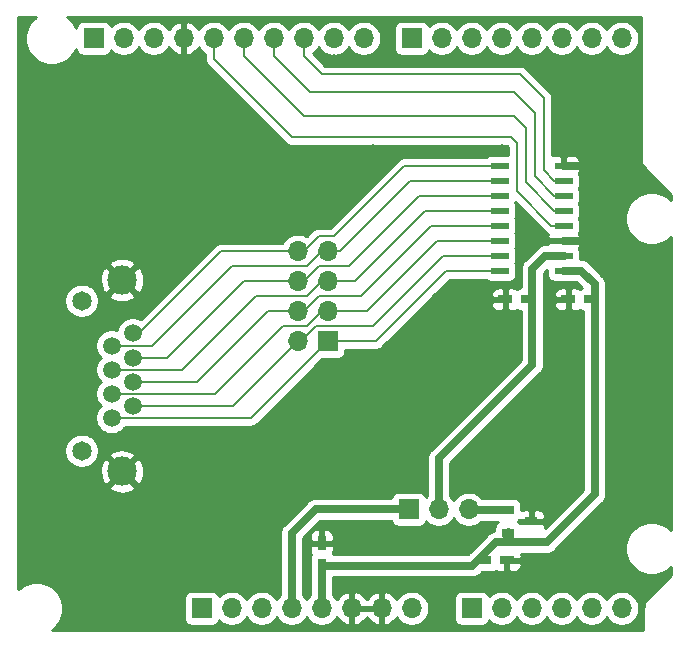
<source format=gbr>
%TF.GenerationSoftware,KiCad,Pcbnew,(5.1.6-0-10_14)*%
%TF.CreationDate,2022-12-23T17:52:02+09:00*%
%TF.ProjectId,MuxReadoutBoard,4d757852-6561-4646-9f75-74426f617264,rev?*%
%TF.SameCoordinates,Original*%
%TF.FileFunction,Copper,L2,Bot*%
%TF.FilePolarity,Positive*%
%FSLAX46Y46*%
G04 Gerber Fmt 4.6, Leading zero omitted, Abs format (unit mm)*
G04 Created by KiCad (PCBNEW (5.1.6-0-10_14)) date 2022-12-23 17:52:02*
%MOMM*%
%LPD*%
G01*
G04 APERTURE LIST*
%TA.AperFunction,SMDPad,CuDef*%
%ADD10R,1.000000X0.800000*%
%TD*%
%TA.AperFunction,SMDPad,CuDef*%
%ADD11R,1.200000X0.750000*%
%TD*%
%TA.AperFunction,ComponentPad*%
%ADD12C,2.475000*%
%TD*%
%TA.AperFunction,ComponentPad*%
%ADD13C,1.650000*%
%TD*%
%TA.AperFunction,ComponentPad*%
%ADD14C,1.509000*%
%TD*%
%TA.AperFunction,ComponentPad*%
%ADD15O,1.700000X1.700000*%
%TD*%
%TA.AperFunction,ComponentPad*%
%ADD16R,1.700000X1.700000*%
%TD*%
%TA.AperFunction,SMDPad,CuDef*%
%ADD17R,1.500000X0.600000*%
%TD*%
%TA.AperFunction,SMDPad,CuDef*%
%ADD18R,0.750000X1.200000*%
%TD*%
%TA.AperFunction,ViaPad*%
%ADD19C,0.800000*%
%TD*%
%TA.AperFunction,Conductor*%
%ADD20C,0.700000*%
%TD*%
%TA.AperFunction,Conductor*%
%ADD21C,0.939800*%
%TD*%
%TA.AperFunction,Conductor*%
%ADD22C,0.200000*%
%TD*%
%TA.AperFunction,Conductor*%
%ADD23C,0.254000*%
%TD*%
G04 APERTURE END LIST*
D10*
%TO.P,U2,3*%
%TO.N,GND*%
X157464000Y-142494000D03*
%TO.P,U2,2*%
%TO.N,+2V5*%
X155464000Y-141544000D03*
%TO.P,U2,1*%
%TO.N,+5V*%
X155464000Y-143444000D03*
%TD*%
D11*
%TO.P,C1,2*%
%TO.N,+5V*%
X162494000Y-123698000D03*
%TO.P,C1,1*%
%TO.N,GND*%
X160594000Y-123698000D03*
%TD*%
D12*
%TO.P,J1,MH4*%
%TO.N,GND*%
X122810000Y-122071000D03*
%TO.P,J1,MH3*%
X122810000Y-138271000D03*
D13*
%TO.P,J1,MH2*%
%TO.N,N/C*%
X119380000Y-123821000D03*
%TO.P,J1,MH1*%
X119380000Y-136521000D03*
D14*
%TO.P,J1,8*%
%TO.N,Net-(J1-Pad8)*%
X123700000Y-126591000D03*
%TO.P,J1,7*%
%TO.N,Net-(J1-Pad7)*%
X121920000Y-127611000D03*
%TO.P,J1,6*%
%TO.N,Net-(J1-Pad6)*%
X123700000Y-128631000D03*
%TO.P,J1,5*%
%TO.N,Net-(J1-Pad5)*%
X121920000Y-129651000D03*
%TO.P,J1,4*%
%TO.N,Net-(J1-Pad4)*%
X123700000Y-130671000D03*
%TO.P,J1,3*%
%TO.N,Net-(J1-Pad3)*%
X121920000Y-131691000D03*
%TO.P,J1,2*%
%TO.N,Net-(J1-Pad2)*%
X123700000Y-132711000D03*
%TO.P,J1,1*%
%TO.N,Net-(J1-Pad1)*%
X121920000Y-133731000D03*
%TD*%
D15*
%TO.P,J5,8*%
%TO.N,Net-(J5-Pad8)*%
X147320000Y-149860000D03*
%TO.P,J5,7*%
%TO.N,GND*%
X144780000Y-149860000D03*
%TO.P,J5,6*%
X142240000Y-149860000D03*
%TO.P,J5,5*%
%TO.N,+5V*%
X139700000Y-149860000D03*
%TO.P,J5,4*%
%TO.N,+3V3*%
X137160000Y-149860000D03*
%TO.P,J5,3*%
%TO.N,Net-(J5-Pad3)*%
X134620000Y-149860000D03*
%TO.P,J5,2*%
%TO.N,Net-(J5-Pad2)*%
X132080000Y-149860000D03*
D16*
%TO.P,J5,1*%
%TO.N,Net-(J5-Pad1)*%
X129540000Y-149860000D03*
%TD*%
D17*
%TO.P,U1,16*%
%TO.N,+5V*%
X160180000Y-121285000D03*
%TO.P,U1,15*%
%TO.N,Net-(C2-Pad1)*%
X160180000Y-120015000D03*
%TO.P,U1,14*%
%TO.N,GND*%
X160180000Y-118745000D03*
%TO.P,U1,13*%
%TO.N,Net-(J3-Pad5)*%
X160180000Y-117475000D03*
%TO.P,U1,12*%
%TO.N,Net-(J3-Pad6)*%
X160180000Y-116205000D03*
%TO.P,U1,11*%
%TO.N,Net-(J3-Pad7)*%
X160180000Y-114935000D03*
%TO.P,U1,10*%
%TO.N,Net-(J3-Pad8)*%
X160180000Y-113665000D03*
%TO.P,U1,9*%
%TO.N,GND*%
X160180000Y-112395000D03*
%TO.P,U1,8*%
%TO.N,Net-(J1-Pad8)*%
X154780000Y-112395000D03*
%TO.P,U1,7*%
%TO.N,Net-(J1-Pad7)*%
X154780000Y-113665000D03*
%TO.P,U1,6*%
%TO.N,Net-(J1-Pad6)*%
X154780000Y-114935000D03*
%TO.P,U1,5*%
%TO.N,Net-(J1-Pad5)*%
X154780000Y-116205000D03*
%TO.P,U1,4*%
%TO.N,Net-(J1-Pad4)*%
X154780000Y-117475000D03*
%TO.P,U1,3*%
%TO.N,Net-(J1-Pad3)*%
X154780000Y-118745000D03*
%TO.P,U1,2*%
%TO.N,Net-(J1-Pad2)*%
X154780000Y-120015000D03*
%TO.P,U1,1*%
%TO.N,Net-(J1-Pad1)*%
X154780000Y-121285000D03*
%TD*%
D15*
%TO.P,J3,10*%
%TO.N,Net-(J3-Pad10)*%
X143256000Y-101600000D03*
%TO.P,J3,9*%
%TO.N,Net-(J3-Pad9)*%
X140716000Y-101600000D03*
%TO.P,J3,8*%
%TO.N,Net-(J3-Pad8)*%
X138176000Y-101600000D03*
%TO.P,J3,7*%
%TO.N,Net-(J3-Pad7)*%
X135636000Y-101600000D03*
%TO.P,J3,6*%
%TO.N,Net-(J3-Pad6)*%
X133096000Y-101600000D03*
%TO.P,J3,5*%
%TO.N,Net-(J3-Pad5)*%
X130556000Y-101600000D03*
%TO.P,J3,4*%
%TO.N,GND*%
X128016000Y-101600000D03*
%TO.P,J3,3*%
%TO.N,Net-(J3-Pad3)*%
X125476000Y-101600000D03*
%TO.P,J3,2*%
%TO.N,Net-(J3-Pad2)*%
X122936000Y-101600000D03*
D16*
%TO.P,J3,1*%
%TO.N,Net-(J3-Pad1)*%
X120396000Y-101600000D03*
%TD*%
D15*
%TO.P,J4,8*%
%TO.N,Net-(J4-Pad8)*%
X165100000Y-101600000D03*
%TO.P,J4,7*%
%TO.N,Net-(J4-Pad7)*%
X162560000Y-101600000D03*
%TO.P,J4,6*%
%TO.N,Net-(J4-Pad6)*%
X160020000Y-101600000D03*
%TO.P,J4,5*%
%TO.N,Net-(J4-Pad5)*%
X157480000Y-101600000D03*
%TO.P,J4,4*%
%TO.N,Net-(J4-Pad4)*%
X154940000Y-101600000D03*
%TO.P,J4,3*%
%TO.N,Net-(J4-Pad3)*%
X152400000Y-101600000D03*
%TO.P,J4,2*%
%TO.N,Net-(J4-Pad2)*%
X149860000Y-101600000D03*
D16*
%TO.P,J4,1*%
%TO.N,Net-(J4-Pad1)*%
X147320000Y-101600000D03*
%TD*%
D15*
%TO.P,J6,6*%
%TO.N,Net-(J6-Pad6)*%
X165100000Y-149860000D03*
%TO.P,J6,5*%
%TO.N,Net-(J6-Pad5)*%
X162560000Y-149860000D03*
%TO.P,J6,4*%
%TO.N,Net-(J6-Pad4)*%
X160020000Y-149860000D03*
%TO.P,J6,3*%
%TO.N,Net-(J6-Pad3)*%
X157480000Y-149860000D03*
%TO.P,J6,2*%
%TO.N,Net-(J6-Pad2)*%
X154940000Y-149860000D03*
D16*
%TO.P,J6,1*%
%TO.N,Net-(J6-Pad1)*%
X152400000Y-149860000D03*
%TD*%
D15*
%TO.P,J2,8*%
%TO.N,Net-(J1-Pad8)*%
X137668000Y-119634000D03*
%TO.P,J2,7*%
%TO.N,Net-(J1-Pad7)*%
X140208000Y-119634000D03*
%TO.P,J2,6*%
%TO.N,Net-(J1-Pad6)*%
X137668000Y-122174000D03*
%TO.P,J2,5*%
%TO.N,Net-(J1-Pad5)*%
X140208000Y-122174000D03*
%TO.P,J2,4*%
%TO.N,Net-(J1-Pad4)*%
X137668000Y-124714000D03*
%TO.P,J2,3*%
%TO.N,Net-(J1-Pad3)*%
X140208000Y-124714000D03*
%TO.P,J2,2*%
%TO.N,Net-(J1-Pad2)*%
X137668000Y-127254000D03*
D16*
%TO.P,J2,1*%
%TO.N,Net-(J1-Pad1)*%
X140208000Y-127254000D03*
%TD*%
D11*
%TO.P,C2,1*%
%TO.N,Net-(C2-Pad1)*%
X157160000Y-123698000D03*
%TO.P,C2,2*%
%TO.N,GND*%
X155260000Y-123698000D03*
%TD*%
D18*
%TO.P,C3,2*%
%TO.N,GND*%
X139700000Y-144338000D03*
%TO.P,C3,1*%
%TO.N,+5V*%
X139700000Y-146238000D03*
%TD*%
D11*
%TO.P,C4,2*%
%TO.N,GND*%
X155382000Y-145796000D03*
%TO.P,C4,1*%
%TO.N,+5V*%
X153482000Y-145796000D03*
%TD*%
D15*
%TO.P,J7,3*%
%TO.N,+2V5*%
X152146000Y-141478000D03*
%TO.P,J7,2*%
%TO.N,Net-(C2-Pad1)*%
X149606000Y-141478000D03*
D16*
%TO.P,J7,1*%
%TO.N,+3V3*%
X147066000Y-141478000D03*
%TD*%
D19*
%TO.N,GND*%
X161290000Y-132588000D03*
X159258000Y-140970000D03*
X152400000Y-137414000D03*
X156972000Y-132588000D03*
X152654000Y-143510000D03*
X141732000Y-144526000D03*
X167640000Y-140716000D03*
X167640000Y-130302000D03*
X167640000Y-120904000D03*
X165354000Y-112522000D03*
X165100000Y-104902000D03*
X145288000Y-103378000D03*
X140716000Y-103378000D03*
X116840000Y-105664000D03*
X117094000Y-120396000D03*
X117094000Y-130302000D03*
X117094000Y-139954000D03*
X120396000Y-149860000D03*
X126492000Y-149860000D03*
X130048000Y-142748000D03*
X126492000Y-112522000D03*
X154940000Y-110998000D03*
X144018000Y-110998000D03*
X153416000Y-123698000D03*
X156718000Y-116840000D03*
X159004000Y-122682000D03*
X157988000Y-146050000D03*
X138430000Y-148336000D03*
X167132000Y-148082000D03*
X134620000Y-118364000D03*
X140462000Y-130048000D03*
%TD*%
D20*
%TO.N,+5V*%
X139700000Y-149860000D02*
X139700000Y-146238000D01*
X161671000Y-121285000D02*
X160180000Y-121285000D01*
X162814000Y-122428000D02*
X161671000Y-121285000D01*
X162814000Y-140208000D02*
X162814000Y-122428000D01*
X158750000Y-144272000D02*
X162814000Y-140208000D01*
X152466000Y-146238000D02*
X154432000Y-144272000D01*
X139700000Y-146238000D02*
X152466000Y-146238000D01*
X152908000Y-145796000D02*
X152466000Y-146238000D01*
X153482000Y-145796000D02*
X152908000Y-145796000D01*
X155702000Y-144272000D02*
X158750000Y-144272000D01*
D21*
X155448000Y-143510000D02*
X155448000Y-144100000D01*
D20*
X154432000Y-144272000D02*
X155702000Y-144272000D01*
%TO.N,GND*%
X160180000Y-112395000D02*
X161798000Y-112395000D01*
X160180000Y-118745000D02*
X161798000Y-118745000D01*
D22*
%TO.N,Net-(J1-Pad8)*%
X137668000Y-119634000D02*
X138176000Y-119634000D01*
X138176000Y-119634000D02*
X139446000Y-118364000D01*
X139446000Y-118364000D02*
X140716000Y-118364000D01*
X146685000Y-112395000D02*
X154780000Y-112395000D01*
X140716000Y-118364000D02*
X146685000Y-112395000D01*
X131191000Y-119634000D02*
X137668000Y-119634000D01*
X124234000Y-126591000D02*
X131191000Y-119634000D01*
X123700000Y-126591000D02*
X124234000Y-126591000D01*
%TO.N,Net-(J1-Pad7)*%
X140208000Y-119634000D02*
X141224000Y-119634000D01*
X147193000Y-113665000D02*
X154780000Y-113665000D01*
X141224000Y-119634000D02*
X147193000Y-113665000D01*
X138430000Y-120904000D02*
X139700000Y-119634000D01*
X132080000Y-120904000D02*
X138430000Y-120904000D01*
X139700000Y-119634000D02*
X140208000Y-119634000D01*
X125373000Y-127611000D02*
X132080000Y-120904000D01*
X121920000Y-127611000D02*
X125373000Y-127611000D01*
%TO.N,Net-(J1-Pad6)*%
X123700000Y-128631000D02*
X126639000Y-128631000D01*
X133096000Y-122174000D02*
X137668000Y-122174000D01*
X126639000Y-128631000D02*
X133096000Y-122174000D01*
X147955000Y-114935000D02*
X154780000Y-114935000D01*
X141986000Y-120904000D02*
X147955000Y-114935000D01*
X139446000Y-120904000D02*
X141986000Y-120904000D01*
X138176000Y-122174000D02*
X139446000Y-120904000D01*
X137668000Y-122174000D02*
X138176000Y-122174000D01*
%TO.N,Net-(J1-Pad5)*%
X121920000Y-129651000D02*
X127905000Y-129651000D01*
X127905000Y-129651000D02*
X134112000Y-123444000D01*
X134112000Y-123444000D02*
X138430000Y-123444000D01*
X139700000Y-122174000D02*
X140208000Y-122174000D01*
X138430000Y-123444000D02*
X139700000Y-122174000D01*
X140208000Y-122174000D02*
X142494000Y-122174000D01*
X148463000Y-116205000D02*
X154780000Y-116205000D01*
X142494000Y-122174000D02*
X148463000Y-116205000D01*
%TO.N,Net-(J1-Pad4)*%
X123700000Y-130671000D02*
X129171000Y-130671000D01*
X135128000Y-124714000D02*
X137668000Y-124714000D01*
X129171000Y-130671000D02*
X135128000Y-124714000D01*
X148971000Y-117475000D02*
X154780000Y-117475000D01*
X143002000Y-123444000D02*
X148971000Y-117475000D01*
X139446000Y-123444000D02*
X143002000Y-123444000D01*
X138176000Y-124714000D02*
X139446000Y-123444000D01*
X137668000Y-124714000D02*
X138176000Y-124714000D01*
%TO.N,Net-(J1-Pad3)*%
X140208000Y-124714000D02*
X143510000Y-124714000D01*
X149479000Y-118745000D02*
X154780000Y-118745000D01*
X143510000Y-124714000D02*
X149479000Y-118745000D01*
X139700000Y-124714000D02*
X140208000Y-124714000D01*
X138430000Y-125984000D02*
X139700000Y-124714000D01*
X136398000Y-125984000D02*
X138430000Y-125984000D01*
X130691000Y-131691000D02*
X136398000Y-125984000D01*
X121920000Y-131691000D02*
X130691000Y-131691000D01*
%TO.N,Net-(J1-Pad2)*%
X132211000Y-132711000D02*
X137668000Y-127254000D01*
X123700000Y-132711000D02*
X132211000Y-132711000D01*
X149987000Y-120015000D02*
X154780000Y-120015000D01*
X144018000Y-125984000D02*
X149987000Y-120015000D01*
X139192000Y-125984000D02*
X144018000Y-125984000D01*
X137922000Y-127254000D02*
X139192000Y-125984000D01*
X137668000Y-127254000D02*
X137922000Y-127254000D01*
%TO.N,Net-(J1-Pad1)*%
X133731000Y-133731000D02*
X140208000Y-127254000D01*
X121920000Y-133731000D02*
X133731000Y-133731000D01*
X140208000Y-127254000D02*
X144272000Y-127254000D01*
X150241000Y-121285000D02*
X154780000Y-121285000D01*
X144272000Y-127254000D02*
X150241000Y-121285000D01*
%TO.N,Net-(J3-Pad8)*%
X159385000Y-113665000D02*
X160180000Y-113665000D01*
X158496000Y-112776000D02*
X159385000Y-113665000D01*
X156464000Y-104648000D02*
X158496000Y-106680000D01*
X158496000Y-106680000D02*
X158496000Y-112776000D01*
X139700000Y-104648000D02*
X156464000Y-104648000D01*
X138176000Y-103124000D02*
X139700000Y-104648000D01*
X138176000Y-101600000D02*
X138176000Y-103124000D01*
D20*
%TO.N,+3V3*%
X139192000Y-141478000D02*
X147066000Y-141478000D01*
X137160000Y-143510000D02*
X139192000Y-141478000D01*
X137160000Y-149860000D02*
X137160000Y-143510000D01*
D22*
%TO.N,Net-(J3-Pad7)*%
X155956000Y-106172000D02*
X157734000Y-107950000D01*
X157734000Y-107950000D02*
X157734000Y-113284000D01*
X159385000Y-114935000D02*
X160180000Y-114935000D01*
X157734000Y-113284000D02*
X159385000Y-114935000D01*
X155956000Y-106172000D02*
X138684000Y-106172000D01*
X138684000Y-106172000D02*
X135636000Y-103124000D01*
X135636000Y-103124000D02*
X135636000Y-101600000D01*
%TO.N,Net-(J3-Pad6)*%
X133096000Y-103124000D02*
X133096000Y-101600000D01*
X138176000Y-108204000D02*
X133096000Y-103124000D01*
X155956000Y-108204000D02*
X138176000Y-108204000D01*
X156972000Y-109220000D02*
X155956000Y-108204000D01*
X159385000Y-116205000D02*
X156972000Y-113792000D01*
X156972000Y-113792000D02*
X156972000Y-109220000D01*
X160180000Y-116205000D02*
X159385000Y-116205000D01*
%TO.N,Net-(J3-Pad5)*%
X130556000Y-102870000D02*
X130556000Y-102616000D01*
X130556000Y-101600000D02*
X130556000Y-102870000D01*
X155702000Y-109982000D02*
X137160000Y-109982000D01*
X137160000Y-109982000D02*
X130556000Y-103378000D01*
X156210000Y-114554000D02*
X156210000Y-110490000D01*
X159131000Y-117475000D02*
X156210000Y-114554000D01*
X156210000Y-110490000D02*
X155702000Y-109982000D01*
X130556000Y-103378000D02*
X130556000Y-102870000D01*
X160180000Y-117475000D02*
X159131000Y-117475000D01*
D20*
%TO.N,Net-(C2-Pad1)*%
X149606000Y-139700000D02*
X149606000Y-141478000D01*
X157546000Y-129220000D02*
X149606000Y-137160000D01*
X149606000Y-137160000D02*
X149606000Y-139700000D01*
X157480000Y-123698000D02*
X157546000Y-123764000D01*
X157160000Y-123698000D02*
X157480000Y-123698000D01*
X157546000Y-123764000D02*
X157546000Y-129220000D01*
X158623000Y-120015000D02*
X160180000Y-120015000D01*
X157546000Y-121092000D02*
X158623000Y-120015000D01*
X157546000Y-123764000D02*
X157546000Y-121092000D01*
%TO.N,+2V5*%
X152212000Y-141544000D02*
X152146000Y-141478000D01*
X155464000Y-141544000D02*
X152212000Y-141544000D01*
%TD*%
D23*
%TO.N,GND*%
G36*
X115401513Y-99847199D02*
G01*
X115087199Y-100161513D01*
X114840244Y-100531108D01*
X114670138Y-100941779D01*
X114583419Y-101377746D01*
X114583419Y-101822254D01*
X114670138Y-102258221D01*
X114840244Y-102668892D01*
X115087199Y-103038487D01*
X115401513Y-103352801D01*
X115771108Y-103599756D01*
X116181779Y-103769862D01*
X116617746Y-103856581D01*
X117062254Y-103856581D01*
X117498221Y-103769862D01*
X117908892Y-103599756D01*
X118278487Y-103352801D01*
X118592801Y-103038487D01*
X118839756Y-102668892D01*
X118912249Y-102493878D01*
X118920188Y-102574482D01*
X118956498Y-102694180D01*
X119015463Y-102804494D01*
X119094815Y-102901185D01*
X119191506Y-102980537D01*
X119301820Y-103039502D01*
X119421518Y-103075812D01*
X119546000Y-103088072D01*
X121246000Y-103088072D01*
X121370482Y-103075812D01*
X121490180Y-103039502D01*
X121600494Y-102980537D01*
X121697185Y-102901185D01*
X121776537Y-102804494D01*
X121835502Y-102694180D01*
X121857513Y-102621620D01*
X121989368Y-102753475D01*
X122232589Y-102915990D01*
X122502842Y-103027932D01*
X122789740Y-103085000D01*
X123082260Y-103085000D01*
X123369158Y-103027932D01*
X123639411Y-102915990D01*
X123882632Y-102753475D01*
X124089475Y-102546632D01*
X124206000Y-102372240D01*
X124322525Y-102546632D01*
X124529368Y-102753475D01*
X124772589Y-102915990D01*
X125042842Y-103027932D01*
X125329740Y-103085000D01*
X125622260Y-103085000D01*
X125909158Y-103027932D01*
X126179411Y-102915990D01*
X126422632Y-102753475D01*
X126629475Y-102546632D01*
X126751195Y-102364466D01*
X126820822Y-102481355D01*
X127015731Y-102697588D01*
X127249080Y-102871641D01*
X127511901Y-102996825D01*
X127659110Y-103041476D01*
X127889000Y-102920155D01*
X127889000Y-101727000D01*
X127869000Y-101727000D01*
X127869000Y-101473000D01*
X127889000Y-101473000D01*
X127889000Y-100279845D01*
X127659110Y-100158524D01*
X127511901Y-100203175D01*
X127249080Y-100328359D01*
X127015731Y-100502412D01*
X126820822Y-100718645D01*
X126751195Y-100835534D01*
X126629475Y-100653368D01*
X126422632Y-100446525D01*
X126179411Y-100284010D01*
X125909158Y-100172068D01*
X125622260Y-100115000D01*
X125329740Y-100115000D01*
X125042842Y-100172068D01*
X124772589Y-100284010D01*
X124529368Y-100446525D01*
X124322525Y-100653368D01*
X124206000Y-100827760D01*
X124089475Y-100653368D01*
X123882632Y-100446525D01*
X123639411Y-100284010D01*
X123369158Y-100172068D01*
X123082260Y-100115000D01*
X122789740Y-100115000D01*
X122502842Y-100172068D01*
X122232589Y-100284010D01*
X121989368Y-100446525D01*
X121857513Y-100578380D01*
X121835502Y-100505820D01*
X121776537Y-100395506D01*
X121697185Y-100298815D01*
X121600494Y-100219463D01*
X121490180Y-100160498D01*
X121370482Y-100124188D01*
X121246000Y-100111928D01*
X119546000Y-100111928D01*
X119421518Y-100124188D01*
X119301820Y-100160498D01*
X119191506Y-100219463D01*
X119094815Y-100298815D01*
X119015463Y-100395506D01*
X118956498Y-100505820D01*
X118920188Y-100625518D01*
X118912249Y-100706122D01*
X118839756Y-100531108D01*
X118592801Y-100161513D01*
X118278487Y-99847199D01*
X118145739Y-99758500D01*
X166751000Y-99758500D01*
X166751000Y-112268000D01*
X166753440Y-112292776D01*
X166760667Y-112316601D01*
X166772403Y-112338557D01*
X166788197Y-112357803D01*
X169291000Y-114860606D01*
X169291000Y-115299712D01*
X169078487Y-115087199D01*
X168708892Y-114840244D01*
X168298221Y-114670138D01*
X167862254Y-114583419D01*
X167417746Y-114583419D01*
X166981779Y-114670138D01*
X166571108Y-114840244D01*
X166201513Y-115087199D01*
X165887199Y-115401513D01*
X165640244Y-115771108D01*
X165470138Y-116181779D01*
X165383419Y-116617746D01*
X165383419Y-117062254D01*
X165470138Y-117498221D01*
X165640244Y-117908892D01*
X165887199Y-118278487D01*
X166201513Y-118592801D01*
X166571108Y-118839756D01*
X166981779Y-119009862D01*
X167417746Y-119096581D01*
X167862254Y-119096581D01*
X168298221Y-119009862D01*
X168708892Y-118839756D01*
X169078487Y-118592801D01*
X169291000Y-118380288D01*
X169291000Y-143239712D01*
X169078487Y-143027199D01*
X168708892Y-142780244D01*
X168298221Y-142610138D01*
X167862254Y-142523419D01*
X167417746Y-142523419D01*
X166981779Y-142610138D01*
X166571108Y-142780244D01*
X166201513Y-143027199D01*
X165887199Y-143341513D01*
X165640244Y-143711108D01*
X165470138Y-144121779D01*
X165383419Y-144557746D01*
X165383419Y-145002254D01*
X165470138Y-145438221D01*
X165640244Y-145848892D01*
X165887199Y-146218487D01*
X166201513Y-146532801D01*
X166571108Y-146779756D01*
X166981779Y-146949862D01*
X167417746Y-147036581D01*
X167862254Y-147036581D01*
X168298221Y-146949862D01*
X168708892Y-146779756D01*
X169078487Y-146532801D01*
X169291000Y-146320288D01*
X169291000Y-147013394D01*
X167042197Y-149262197D01*
X167026403Y-149281443D01*
X167014667Y-149303399D01*
X167007440Y-149327224D01*
X167005000Y-149352000D01*
X167005000Y-149566237D01*
X166991549Y-149591402D01*
X166991549Y-149591403D01*
X166954439Y-149713740D01*
X166951608Y-149723071D01*
X166938122Y-149860000D01*
X166941501Y-149894308D01*
X166941500Y-151701500D01*
X116875739Y-151701500D01*
X117008487Y-151612801D01*
X117322801Y-151298487D01*
X117569756Y-150928892D01*
X117739862Y-150518221D01*
X117826581Y-150082254D01*
X117826581Y-149637746D01*
X117739862Y-149201779D01*
X117660425Y-149010000D01*
X128051928Y-149010000D01*
X128051928Y-150710000D01*
X128064188Y-150834482D01*
X128100498Y-150954180D01*
X128159463Y-151064494D01*
X128238815Y-151161185D01*
X128335506Y-151240537D01*
X128445820Y-151299502D01*
X128565518Y-151335812D01*
X128690000Y-151348072D01*
X130390000Y-151348072D01*
X130514482Y-151335812D01*
X130634180Y-151299502D01*
X130744494Y-151240537D01*
X130841185Y-151161185D01*
X130920537Y-151064494D01*
X130979502Y-150954180D01*
X131001513Y-150881620D01*
X131133368Y-151013475D01*
X131376589Y-151175990D01*
X131646842Y-151287932D01*
X131933740Y-151345000D01*
X132226260Y-151345000D01*
X132513158Y-151287932D01*
X132783411Y-151175990D01*
X133026632Y-151013475D01*
X133233475Y-150806632D01*
X133350000Y-150632240D01*
X133466525Y-150806632D01*
X133673368Y-151013475D01*
X133916589Y-151175990D01*
X134186842Y-151287932D01*
X134473740Y-151345000D01*
X134766260Y-151345000D01*
X135053158Y-151287932D01*
X135323411Y-151175990D01*
X135566632Y-151013475D01*
X135773475Y-150806632D01*
X135890000Y-150632240D01*
X136006525Y-150806632D01*
X136213368Y-151013475D01*
X136456589Y-151175990D01*
X136726842Y-151287932D01*
X137013740Y-151345000D01*
X137306260Y-151345000D01*
X137593158Y-151287932D01*
X137863411Y-151175990D01*
X138106632Y-151013475D01*
X138313475Y-150806632D01*
X138430000Y-150632240D01*
X138546525Y-150806632D01*
X138753368Y-151013475D01*
X138996589Y-151175990D01*
X139266842Y-151287932D01*
X139553740Y-151345000D01*
X139846260Y-151345000D01*
X140133158Y-151287932D01*
X140403411Y-151175990D01*
X140646632Y-151013475D01*
X140853475Y-150806632D01*
X140975195Y-150624466D01*
X141044822Y-150741355D01*
X141239731Y-150957588D01*
X141473080Y-151131641D01*
X141735901Y-151256825D01*
X141883110Y-151301476D01*
X142113000Y-151180155D01*
X142113000Y-149987000D01*
X142367000Y-149987000D01*
X142367000Y-151180155D01*
X142596890Y-151301476D01*
X142744099Y-151256825D01*
X143006920Y-151131641D01*
X143240269Y-150957588D01*
X143435178Y-150741355D01*
X143510000Y-150615745D01*
X143584822Y-150741355D01*
X143779731Y-150957588D01*
X144013080Y-151131641D01*
X144275901Y-151256825D01*
X144423110Y-151301476D01*
X144653000Y-151180155D01*
X144653000Y-149987000D01*
X142367000Y-149987000D01*
X142113000Y-149987000D01*
X142093000Y-149987000D01*
X142093000Y-149733000D01*
X142113000Y-149733000D01*
X142113000Y-148539845D01*
X142367000Y-148539845D01*
X142367000Y-149733000D01*
X144653000Y-149733000D01*
X144653000Y-148539845D01*
X144907000Y-148539845D01*
X144907000Y-149733000D01*
X144927000Y-149733000D01*
X144927000Y-149987000D01*
X144907000Y-149987000D01*
X144907000Y-151180155D01*
X145136890Y-151301476D01*
X145284099Y-151256825D01*
X145546920Y-151131641D01*
X145780269Y-150957588D01*
X145975178Y-150741355D01*
X146044805Y-150624466D01*
X146166525Y-150806632D01*
X146373368Y-151013475D01*
X146616589Y-151175990D01*
X146886842Y-151287932D01*
X147173740Y-151345000D01*
X147466260Y-151345000D01*
X147753158Y-151287932D01*
X148023411Y-151175990D01*
X148266632Y-151013475D01*
X148473475Y-150806632D01*
X148635990Y-150563411D01*
X148747932Y-150293158D01*
X148805000Y-150006260D01*
X148805000Y-149713740D01*
X148747932Y-149426842D01*
X148635990Y-149156589D01*
X148538043Y-149010000D01*
X150911928Y-149010000D01*
X150911928Y-150710000D01*
X150924188Y-150834482D01*
X150960498Y-150954180D01*
X151019463Y-151064494D01*
X151098815Y-151161185D01*
X151195506Y-151240537D01*
X151305820Y-151299502D01*
X151425518Y-151335812D01*
X151550000Y-151348072D01*
X153250000Y-151348072D01*
X153374482Y-151335812D01*
X153494180Y-151299502D01*
X153604494Y-151240537D01*
X153701185Y-151161185D01*
X153780537Y-151064494D01*
X153839502Y-150954180D01*
X153861513Y-150881620D01*
X153993368Y-151013475D01*
X154236589Y-151175990D01*
X154506842Y-151287932D01*
X154793740Y-151345000D01*
X155086260Y-151345000D01*
X155373158Y-151287932D01*
X155643411Y-151175990D01*
X155886632Y-151013475D01*
X156093475Y-150806632D01*
X156210000Y-150632240D01*
X156326525Y-150806632D01*
X156533368Y-151013475D01*
X156776589Y-151175990D01*
X157046842Y-151287932D01*
X157333740Y-151345000D01*
X157626260Y-151345000D01*
X157913158Y-151287932D01*
X158183411Y-151175990D01*
X158426632Y-151013475D01*
X158633475Y-150806632D01*
X158750000Y-150632240D01*
X158866525Y-150806632D01*
X159073368Y-151013475D01*
X159316589Y-151175990D01*
X159586842Y-151287932D01*
X159873740Y-151345000D01*
X160166260Y-151345000D01*
X160453158Y-151287932D01*
X160723411Y-151175990D01*
X160966632Y-151013475D01*
X161173475Y-150806632D01*
X161290000Y-150632240D01*
X161406525Y-150806632D01*
X161613368Y-151013475D01*
X161856589Y-151175990D01*
X162126842Y-151287932D01*
X162413740Y-151345000D01*
X162706260Y-151345000D01*
X162993158Y-151287932D01*
X163263411Y-151175990D01*
X163506632Y-151013475D01*
X163713475Y-150806632D01*
X163830000Y-150632240D01*
X163946525Y-150806632D01*
X164153368Y-151013475D01*
X164396589Y-151175990D01*
X164666842Y-151287932D01*
X164953740Y-151345000D01*
X165246260Y-151345000D01*
X165533158Y-151287932D01*
X165803411Y-151175990D01*
X166046632Y-151013475D01*
X166253475Y-150806632D01*
X166415990Y-150563411D01*
X166527932Y-150293158D01*
X166585000Y-150006260D01*
X166585000Y-149713740D01*
X166527932Y-149426842D01*
X166415990Y-149156589D01*
X166253475Y-148913368D01*
X166046632Y-148706525D01*
X165803411Y-148544010D01*
X165533158Y-148432068D01*
X165246260Y-148375000D01*
X164953740Y-148375000D01*
X164666842Y-148432068D01*
X164396589Y-148544010D01*
X164153368Y-148706525D01*
X163946525Y-148913368D01*
X163830000Y-149087760D01*
X163713475Y-148913368D01*
X163506632Y-148706525D01*
X163263411Y-148544010D01*
X162993158Y-148432068D01*
X162706260Y-148375000D01*
X162413740Y-148375000D01*
X162126842Y-148432068D01*
X161856589Y-148544010D01*
X161613368Y-148706525D01*
X161406525Y-148913368D01*
X161290000Y-149087760D01*
X161173475Y-148913368D01*
X160966632Y-148706525D01*
X160723411Y-148544010D01*
X160453158Y-148432068D01*
X160166260Y-148375000D01*
X159873740Y-148375000D01*
X159586842Y-148432068D01*
X159316589Y-148544010D01*
X159073368Y-148706525D01*
X158866525Y-148913368D01*
X158750000Y-149087760D01*
X158633475Y-148913368D01*
X158426632Y-148706525D01*
X158183411Y-148544010D01*
X157913158Y-148432068D01*
X157626260Y-148375000D01*
X157333740Y-148375000D01*
X157046842Y-148432068D01*
X156776589Y-148544010D01*
X156533368Y-148706525D01*
X156326525Y-148913368D01*
X156210000Y-149087760D01*
X156093475Y-148913368D01*
X155886632Y-148706525D01*
X155643411Y-148544010D01*
X155373158Y-148432068D01*
X155086260Y-148375000D01*
X154793740Y-148375000D01*
X154506842Y-148432068D01*
X154236589Y-148544010D01*
X153993368Y-148706525D01*
X153861513Y-148838380D01*
X153839502Y-148765820D01*
X153780537Y-148655506D01*
X153701185Y-148558815D01*
X153604494Y-148479463D01*
X153494180Y-148420498D01*
X153374482Y-148384188D01*
X153250000Y-148371928D01*
X151550000Y-148371928D01*
X151425518Y-148384188D01*
X151305820Y-148420498D01*
X151195506Y-148479463D01*
X151098815Y-148558815D01*
X151019463Y-148655506D01*
X150960498Y-148765820D01*
X150924188Y-148885518D01*
X150911928Y-149010000D01*
X148538043Y-149010000D01*
X148473475Y-148913368D01*
X148266632Y-148706525D01*
X148023411Y-148544010D01*
X147753158Y-148432068D01*
X147466260Y-148375000D01*
X147173740Y-148375000D01*
X146886842Y-148432068D01*
X146616589Y-148544010D01*
X146373368Y-148706525D01*
X146166525Y-148913368D01*
X146044805Y-149095534D01*
X145975178Y-148978645D01*
X145780269Y-148762412D01*
X145546920Y-148588359D01*
X145284099Y-148463175D01*
X145136890Y-148418524D01*
X144907000Y-148539845D01*
X144653000Y-148539845D01*
X144423110Y-148418524D01*
X144275901Y-148463175D01*
X144013080Y-148588359D01*
X143779731Y-148762412D01*
X143584822Y-148978645D01*
X143510000Y-149104255D01*
X143435178Y-148978645D01*
X143240269Y-148762412D01*
X143006920Y-148588359D01*
X142744099Y-148463175D01*
X142596890Y-148418524D01*
X142367000Y-148539845D01*
X142113000Y-148539845D01*
X141883110Y-148418524D01*
X141735901Y-148463175D01*
X141473080Y-148588359D01*
X141239731Y-148762412D01*
X141044822Y-148978645D01*
X140975195Y-149095534D01*
X140853475Y-148913368D01*
X140685000Y-148744893D01*
X140685000Y-147223000D01*
X152417620Y-147223000D01*
X152466000Y-147227765D01*
X152514380Y-147223000D01*
X152659094Y-147208747D01*
X152844767Y-147152424D01*
X153015884Y-147060960D01*
X153165870Y-146937870D01*
X153196716Y-146900284D01*
X153287928Y-146809072D01*
X154082000Y-146809072D01*
X154206482Y-146796812D01*
X154326180Y-146760502D01*
X154432000Y-146703939D01*
X154537820Y-146760502D01*
X154657518Y-146796812D01*
X154782000Y-146809072D01*
X155096250Y-146806000D01*
X155255000Y-146647250D01*
X155255000Y-145923000D01*
X155509000Y-145923000D01*
X155509000Y-146647250D01*
X155667750Y-146806000D01*
X155982000Y-146809072D01*
X156106482Y-146796812D01*
X156226180Y-146760502D01*
X156336494Y-146701537D01*
X156433185Y-146622185D01*
X156512537Y-146525494D01*
X156571502Y-146415180D01*
X156607812Y-146295482D01*
X156620072Y-146171000D01*
X156617000Y-146081750D01*
X156458250Y-145923000D01*
X155509000Y-145923000D01*
X155255000Y-145923000D01*
X155235000Y-145923000D01*
X155235000Y-145669000D01*
X155255000Y-145669000D01*
X155255000Y-145649000D01*
X155509000Y-145649000D01*
X155509000Y-145669000D01*
X156458250Y-145669000D01*
X156617000Y-145510250D01*
X156620072Y-145421000D01*
X156607812Y-145296518D01*
X156595824Y-145257000D01*
X158701620Y-145257000D01*
X158750000Y-145261765D01*
X158798380Y-145257000D01*
X158943094Y-145242747D01*
X159128767Y-145186424D01*
X159299884Y-145094960D01*
X159449870Y-144971870D01*
X159480716Y-144934284D01*
X163476290Y-140938711D01*
X163513870Y-140907870D01*
X163636960Y-140757884D01*
X163728424Y-140586767D01*
X163784747Y-140401094D01*
X163799000Y-140256380D01*
X163799000Y-140256379D01*
X163803765Y-140208000D01*
X163799000Y-140159620D01*
X163799000Y-122476379D01*
X163803765Y-122427999D01*
X163784747Y-122234906D01*
X163728424Y-122049233D01*
X163716936Y-122027740D01*
X163636960Y-121878116D01*
X163513870Y-121728130D01*
X163476284Y-121697284D01*
X162401716Y-120622716D01*
X162370870Y-120585130D01*
X162220884Y-120462040D01*
X162049767Y-120370576D01*
X161864094Y-120314253D01*
X161719380Y-120300000D01*
X161671000Y-120295235D01*
X161622620Y-120300000D01*
X161568072Y-120300000D01*
X161568072Y-119715000D01*
X161555812Y-119590518D01*
X161519502Y-119470820D01*
X161470957Y-119380000D01*
X161519502Y-119289180D01*
X161555812Y-119169482D01*
X161568072Y-119045000D01*
X161565000Y-119030750D01*
X161406250Y-118872000D01*
X160307000Y-118872000D01*
X160307000Y-118892000D01*
X160053000Y-118892000D01*
X160053000Y-118872000D01*
X158953750Y-118872000D01*
X158795750Y-119030000D01*
X158671379Y-119030000D01*
X158622999Y-119025235D01*
X158429906Y-119044253D01*
X158244233Y-119100576D01*
X158073116Y-119192040D01*
X157923130Y-119315130D01*
X157892289Y-119352710D01*
X156883711Y-120361289D01*
X156846131Y-120392130D01*
X156723041Y-120542116D01*
X156676554Y-120629087D01*
X156631576Y-120713234D01*
X156575253Y-120898907D01*
X156556235Y-121092000D01*
X156561001Y-121140390D01*
X156561000Y-122684928D01*
X156560000Y-122684928D01*
X156435518Y-122697188D01*
X156315820Y-122733498D01*
X156210000Y-122790061D01*
X156104180Y-122733498D01*
X155984482Y-122697188D01*
X155860000Y-122684928D01*
X155545750Y-122688000D01*
X155387000Y-122846750D01*
X155387000Y-123571000D01*
X155407000Y-123571000D01*
X155407000Y-123825000D01*
X155387000Y-123825000D01*
X155387000Y-124549250D01*
X155545750Y-124708000D01*
X155860000Y-124711072D01*
X155984482Y-124698812D01*
X156104180Y-124662502D01*
X156210000Y-124605939D01*
X156315820Y-124662502D01*
X156435518Y-124698812D01*
X156560000Y-124711072D01*
X156561000Y-124711072D01*
X156561001Y-128811998D01*
X148943716Y-136429284D01*
X148906130Y-136460130D01*
X148783040Y-136610116D01*
X148691577Y-136781233D01*
X148691576Y-136781234D01*
X148635253Y-136966907D01*
X148616235Y-137160000D01*
X148621000Y-137208380D01*
X148621001Y-139651611D01*
X148621000Y-139651621D01*
X148621000Y-140362893D01*
X148527513Y-140456380D01*
X148505502Y-140383820D01*
X148446537Y-140273506D01*
X148367185Y-140176815D01*
X148270494Y-140097463D01*
X148160180Y-140038498D01*
X148040482Y-140002188D01*
X147916000Y-139989928D01*
X146216000Y-139989928D01*
X146091518Y-140002188D01*
X145971820Y-140038498D01*
X145861506Y-140097463D01*
X145764815Y-140176815D01*
X145685463Y-140273506D01*
X145626498Y-140383820D01*
X145593379Y-140493000D01*
X139240380Y-140493000D01*
X139192000Y-140488235D01*
X139143620Y-140493000D01*
X138998906Y-140507253D01*
X138813233Y-140563576D01*
X138642116Y-140655040D01*
X138492130Y-140778130D01*
X138461289Y-140815710D01*
X136497711Y-142779289D01*
X136460131Y-142810130D01*
X136337041Y-142960116D01*
X136292204Y-143044000D01*
X136245576Y-143131234D01*
X136189253Y-143316907D01*
X136170235Y-143510000D01*
X136175001Y-143558390D01*
X136175000Y-148744893D01*
X136006525Y-148913368D01*
X135890000Y-149087760D01*
X135773475Y-148913368D01*
X135566632Y-148706525D01*
X135323411Y-148544010D01*
X135053158Y-148432068D01*
X134766260Y-148375000D01*
X134473740Y-148375000D01*
X134186842Y-148432068D01*
X133916589Y-148544010D01*
X133673368Y-148706525D01*
X133466525Y-148913368D01*
X133350000Y-149087760D01*
X133233475Y-148913368D01*
X133026632Y-148706525D01*
X132783411Y-148544010D01*
X132513158Y-148432068D01*
X132226260Y-148375000D01*
X131933740Y-148375000D01*
X131646842Y-148432068D01*
X131376589Y-148544010D01*
X131133368Y-148706525D01*
X131001513Y-148838380D01*
X130979502Y-148765820D01*
X130920537Y-148655506D01*
X130841185Y-148558815D01*
X130744494Y-148479463D01*
X130634180Y-148420498D01*
X130514482Y-148384188D01*
X130390000Y-148371928D01*
X128690000Y-148371928D01*
X128565518Y-148384188D01*
X128445820Y-148420498D01*
X128335506Y-148479463D01*
X128238815Y-148558815D01*
X128159463Y-148655506D01*
X128100498Y-148765820D01*
X128064188Y-148885518D01*
X128051928Y-149010000D01*
X117660425Y-149010000D01*
X117569756Y-148791108D01*
X117322801Y-148421513D01*
X117008487Y-148107199D01*
X116638892Y-147860244D01*
X116228221Y-147690138D01*
X115792254Y-147603419D01*
X115347746Y-147603419D01*
X114911779Y-147690138D01*
X114501108Y-147860244D01*
X114131513Y-148107199D01*
X113982500Y-148256212D01*
X113982500Y-139575699D01*
X121684906Y-139575699D01*
X121809314Y-139864392D01*
X122139397Y-140028999D01*
X122495251Y-140126048D01*
X122863201Y-140151808D01*
X123229106Y-140105290D01*
X123578906Y-139988282D01*
X123810686Y-139864392D01*
X123935094Y-139575699D01*
X122810000Y-138450605D01*
X121684906Y-139575699D01*
X113982500Y-139575699D01*
X113982500Y-138324201D01*
X120929192Y-138324201D01*
X120975710Y-138690106D01*
X121092718Y-139039906D01*
X121216608Y-139271686D01*
X121505301Y-139396094D01*
X122630395Y-138271000D01*
X122989605Y-138271000D01*
X124114699Y-139396094D01*
X124403392Y-139271686D01*
X124567999Y-138941603D01*
X124665048Y-138585749D01*
X124690808Y-138217799D01*
X124644290Y-137851894D01*
X124527282Y-137502094D01*
X124403392Y-137270314D01*
X124114699Y-137145906D01*
X122989605Y-138271000D01*
X122630395Y-138271000D01*
X121505301Y-137145906D01*
X121216608Y-137270314D01*
X121052001Y-137600397D01*
X120954952Y-137956251D01*
X120929192Y-138324201D01*
X113982500Y-138324201D01*
X113982500Y-136377203D01*
X117920000Y-136377203D01*
X117920000Y-136664797D01*
X117976107Y-136946866D01*
X118086165Y-137212569D01*
X118245944Y-137451696D01*
X118449304Y-137655056D01*
X118688431Y-137814835D01*
X118954134Y-137924893D01*
X119236203Y-137981000D01*
X119523797Y-137981000D01*
X119805866Y-137924893D01*
X120071569Y-137814835D01*
X120310696Y-137655056D01*
X120514056Y-137451696D01*
X120673835Y-137212569D01*
X120775842Y-136966301D01*
X121684906Y-136966301D01*
X122810000Y-138091395D01*
X123935094Y-136966301D01*
X123810686Y-136677608D01*
X123480603Y-136513001D01*
X123124749Y-136415952D01*
X122756799Y-136390192D01*
X122390894Y-136436710D01*
X122041094Y-136553718D01*
X121809314Y-136677608D01*
X121684906Y-136966301D01*
X120775842Y-136966301D01*
X120783893Y-136946866D01*
X120840000Y-136664797D01*
X120840000Y-136377203D01*
X120783893Y-136095134D01*
X120673835Y-135829431D01*
X120514056Y-135590304D01*
X120310696Y-135386944D01*
X120071569Y-135227165D01*
X119805866Y-135117107D01*
X119523797Y-135061000D01*
X119236203Y-135061000D01*
X118954134Y-135117107D01*
X118688431Y-135227165D01*
X118449304Y-135386944D01*
X118245944Y-135590304D01*
X118086165Y-135829431D01*
X117976107Y-136095134D01*
X117920000Y-136377203D01*
X113982500Y-136377203D01*
X113982500Y-127474146D01*
X120530500Y-127474146D01*
X120530500Y-127747854D01*
X120583898Y-128016302D01*
X120688641Y-128269175D01*
X120840705Y-128496754D01*
X120974951Y-128631000D01*
X120840705Y-128765246D01*
X120688641Y-128992825D01*
X120583898Y-129245698D01*
X120530500Y-129514146D01*
X120530500Y-129787854D01*
X120583898Y-130056302D01*
X120688641Y-130309175D01*
X120840705Y-130536754D01*
X120974951Y-130671000D01*
X120840705Y-130805246D01*
X120688641Y-131032825D01*
X120583898Y-131285698D01*
X120530500Y-131554146D01*
X120530500Y-131827854D01*
X120583898Y-132096302D01*
X120688641Y-132349175D01*
X120840705Y-132576754D01*
X120974951Y-132711000D01*
X120840705Y-132845246D01*
X120688641Y-133072825D01*
X120583898Y-133325698D01*
X120530500Y-133594146D01*
X120530500Y-133867854D01*
X120583898Y-134136302D01*
X120688641Y-134389175D01*
X120840705Y-134616754D01*
X121034246Y-134810295D01*
X121261825Y-134962359D01*
X121514698Y-135067102D01*
X121783146Y-135120500D01*
X122056854Y-135120500D01*
X122325302Y-135067102D01*
X122578175Y-134962359D01*
X122805754Y-134810295D01*
X122999295Y-134616754D01*
X123100026Y-134466000D01*
X133694895Y-134466000D01*
X133731000Y-134469556D01*
X133767105Y-134466000D01*
X133875085Y-134455365D01*
X134013633Y-134413337D01*
X134141320Y-134345087D01*
X134253238Y-134253238D01*
X134276259Y-134225187D01*
X139759375Y-128742072D01*
X141058000Y-128742072D01*
X141182482Y-128729812D01*
X141302180Y-128693502D01*
X141412494Y-128634537D01*
X141509185Y-128555185D01*
X141588537Y-128458494D01*
X141647502Y-128348180D01*
X141683812Y-128228482D01*
X141696072Y-128104000D01*
X141696072Y-127989000D01*
X144235895Y-127989000D01*
X144272000Y-127992556D01*
X144308105Y-127989000D01*
X144416085Y-127978365D01*
X144554633Y-127936337D01*
X144682320Y-127868087D01*
X144794238Y-127776238D01*
X144817259Y-127748187D01*
X148492446Y-124073000D01*
X154021928Y-124073000D01*
X154034188Y-124197482D01*
X154070498Y-124317180D01*
X154129463Y-124427494D01*
X154208815Y-124524185D01*
X154305506Y-124603537D01*
X154415820Y-124662502D01*
X154535518Y-124698812D01*
X154660000Y-124711072D01*
X154974250Y-124708000D01*
X155133000Y-124549250D01*
X155133000Y-123825000D01*
X154183750Y-123825000D01*
X154025000Y-123983750D01*
X154021928Y-124073000D01*
X148492446Y-124073000D01*
X149242446Y-123323000D01*
X154021928Y-123323000D01*
X154025000Y-123412250D01*
X154183750Y-123571000D01*
X155133000Y-123571000D01*
X155133000Y-122846750D01*
X154974250Y-122688000D01*
X154660000Y-122684928D01*
X154535518Y-122697188D01*
X154415820Y-122733498D01*
X154305506Y-122792463D01*
X154208815Y-122871815D01*
X154129463Y-122968506D01*
X154070498Y-123078820D01*
X154034188Y-123198518D01*
X154021928Y-123323000D01*
X149242446Y-123323000D01*
X150545447Y-122020000D01*
X153565532Y-122020000D01*
X153578815Y-122036185D01*
X153675506Y-122115537D01*
X153785820Y-122174502D01*
X153905518Y-122210812D01*
X154030000Y-122223072D01*
X155530000Y-122223072D01*
X155654482Y-122210812D01*
X155774180Y-122174502D01*
X155884494Y-122115537D01*
X155981185Y-122036185D01*
X156060537Y-121939494D01*
X156119502Y-121829180D01*
X156155812Y-121709482D01*
X156168072Y-121585000D01*
X156168072Y-120985000D01*
X156155812Y-120860518D01*
X156119502Y-120740820D01*
X156070957Y-120650000D01*
X156119502Y-120559180D01*
X156155812Y-120439482D01*
X156168072Y-120315000D01*
X156168072Y-119715000D01*
X156155812Y-119590518D01*
X156119502Y-119470820D01*
X156070957Y-119380000D01*
X156119502Y-119289180D01*
X156155812Y-119169482D01*
X156168072Y-119045000D01*
X156168072Y-118445000D01*
X156155812Y-118320518D01*
X156119502Y-118200820D01*
X156070957Y-118110000D01*
X156119502Y-118019180D01*
X156155812Y-117899482D01*
X156168072Y-117775000D01*
X156168072Y-117175000D01*
X156155812Y-117050518D01*
X156119502Y-116930820D01*
X156070957Y-116840000D01*
X156119502Y-116749180D01*
X156155812Y-116629482D01*
X156168072Y-116505000D01*
X156168072Y-115905000D01*
X156155812Y-115780518D01*
X156119502Y-115660820D01*
X156070957Y-115570000D01*
X156111223Y-115494669D01*
X158585746Y-117969193D01*
X158608762Y-117997238D01*
X158720680Y-118089087D01*
X158848367Y-118157337D01*
X158861596Y-118161350D01*
X158840498Y-118200820D01*
X158804188Y-118320518D01*
X158791928Y-118445000D01*
X158795000Y-118459250D01*
X158953750Y-118618000D01*
X160053000Y-118618000D01*
X160053000Y-118598000D01*
X160307000Y-118598000D01*
X160307000Y-118618000D01*
X161406250Y-118618000D01*
X161565000Y-118459250D01*
X161568072Y-118445000D01*
X161555812Y-118320518D01*
X161519502Y-118200820D01*
X161470957Y-118110000D01*
X161519502Y-118019180D01*
X161555812Y-117899482D01*
X161568072Y-117775000D01*
X161568072Y-117175000D01*
X161555812Y-117050518D01*
X161519502Y-116930820D01*
X161470957Y-116840000D01*
X161519502Y-116749180D01*
X161555812Y-116629482D01*
X161568072Y-116505000D01*
X161568072Y-115905000D01*
X161555812Y-115780518D01*
X161519502Y-115660820D01*
X161470957Y-115570000D01*
X161519502Y-115479180D01*
X161555812Y-115359482D01*
X161568072Y-115235000D01*
X161568072Y-114635000D01*
X161555812Y-114510518D01*
X161519502Y-114390820D01*
X161470957Y-114300000D01*
X161519502Y-114209180D01*
X161555812Y-114089482D01*
X161568072Y-113965000D01*
X161568072Y-113365000D01*
X161555812Y-113240518D01*
X161519502Y-113120820D01*
X161470957Y-113030000D01*
X161519502Y-112939180D01*
X161555812Y-112819482D01*
X161568072Y-112695000D01*
X161565000Y-112680750D01*
X161406250Y-112522000D01*
X160307000Y-112522000D01*
X160307000Y-112542000D01*
X160053000Y-112542000D01*
X160053000Y-112522000D01*
X160033000Y-112522000D01*
X160033000Y-112268000D01*
X160053000Y-112268000D01*
X160053000Y-111618750D01*
X160307000Y-111618750D01*
X160307000Y-112268000D01*
X161406250Y-112268000D01*
X161565000Y-112109250D01*
X161568072Y-112095000D01*
X161555812Y-111970518D01*
X161519502Y-111850820D01*
X161460537Y-111740506D01*
X161381185Y-111643815D01*
X161284494Y-111564463D01*
X161174180Y-111505498D01*
X161054482Y-111469188D01*
X160930000Y-111456928D01*
X160465750Y-111460000D01*
X160307000Y-111618750D01*
X160053000Y-111618750D01*
X159894250Y-111460000D01*
X159430000Y-111456928D01*
X159305518Y-111469188D01*
X159231000Y-111491793D01*
X159231000Y-106716105D01*
X159234556Y-106680000D01*
X159220365Y-106535915D01*
X159178337Y-106397368D01*
X159178337Y-106397367D01*
X159110087Y-106269680D01*
X159066117Y-106216103D01*
X159041253Y-106185806D01*
X159041250Y-106185803D01*
X159018237Y-106157762D01*
X158990197Y-106134750D01*
X157009258Y-104153812D01*
X156986238Y-104125762D01*
X156874320Y-104033913D01*
X156746633Y-103965663D01*
X156608085Y-103923635D01*
X156500105Y-103913000D01*
X156464000Y-103909444D01*
X156427895Y-103913000D01*
X140004447Y-103913000D01*
X138956157Y-102864710D01*
X139122632Y-102753475D01*
X139329475Y-102546632D01*
X139446000Y-102372240D01*
X139562525Y-102546632D01*
X139769368Y-102753475D01*
X140012589Y-102915990D01*
X140282842Y-103027932D01*
X140569740Y-103085000D01*
X140862260Y-103085000D01*
X141149158Y-103027932D01*
X141419411Y-102915990D01*
X141662632Y-102753475D01*
X141869475Y-102546632D01*
X141986000Y-102372240D01*
X142102525Y-102546632D01*
X142309368Y-102753475D01*
X142552589Y-102915990D01*
X142822842Y-103027932D01*
X143109740Y-103085000D01*
X143402260Y-103085000D01*
X143689158Y-103027932D01*
X143959411Y-102915990D01*
X144202632Y-102753475D01*
X144409475Y-102546632D01*
X144571990Y-102303411D01*
X144683932Y-102033158D01*
X144741000Y-101746260D01*
X144741000Y-101453740D01*
X144683932Y-101166842D01*
X144571990Y-100896589D01*
X144474043Y-100750000D01*
X145831928Y-100750000D01*
X145831928Y-102450000D01*
X145844188Y-102574482D01*
X145880498Y-102694180D01*
X145939463Y-102804494D01*
X146018815Y-102901185D01*
X146115506Y-102980537D01*
X146225820Y-103039502D01*
X146345518Y-103075812D01*
X146470000Y-103088072D01*
X148170000Y-103088072D01*
X148294482Y-103075812D01*
X148414180Y-103039502D01*
X148524494Y-102980537D01*
X148621185Y-102901185D01*
X148700537Y-102804494D01*
X148759502Y-102694180D01*
X148781513Y-102621620D01*
X148913368Y-102753475D01*
X149156589Y-102915990D01*
X149426842Y-103027932D01*
X149713740Y-103085000D01*
X150006260Y-103085000D01*
X150293158Y-103027932D01*
X150563411Y-102915990D01*
X150806632Y-102753475D01*
X151013475Y-102546632D01*
X151130000Y-102372240D01*
X151246525Y-102546632D01*
X151453368Y-102753475D01*
X151696589Y-102915990D01*
X151966842Y-103027932D01*
X152253740Y-103085000D01*
X152546260Y-103085000D01*
X152833158Y-103027932D01*
X153103411Y-102915990D01*
X153346632Y-102753475D01*
X153553475Y-102546632D01*
X153670000Y-102372240D01*
X153786525Y-102546632D01*
X153993368Y-102753475D01*
X154236589Y-102915990D01*
X154506842Y-103027932D01*
X154793740Y-103085000D01*
X155086260Y-103085000D01*
X155373158Y-103027932D01*
X155643411Y-102915990D01*
X155886632Y-102753475D01*
X156093475Y-102546632D01*
X156210000Y-102372240D01*
X156326525Y-102546632D01*
X156533368Y-102753475D01*
X156776589Y-102915990D01*
X157046842Y-103027932D01*
X157333740Y-103085000D01*
X157626260Y-103085000D01*
X157913158Y-103027932D01*
X158183411Y-102915990D01*
X158426632Y-102753475D01*
X158633475Y-102546632D01*
X158750000Y-102372240D01*
X158866525Y-102546632D01*
X159073368Y-102753475D01*
X159316589Y-102915990D01*
X159586842Y-103027932D01*
X159873740Y-103085000D01*
X160166260Y-103085000D01*
X160453158Y-103027932D01*
X160723411Y-102915990D01*
X160966632Y-102753475D01*
X161173475Y-102546632D01*
X161290000Y-102372240D01*
X161406525Y-102546632D01*
X161613368Y-102753475D01*
X161856589Y-102915990D01*
X162126842Y-103027932D01*
X162413740Y-103085000D01*
X162706260Y-103085000D01*
X162993158Y-103027932D01*
X163263411Y-102915990D01*
X163506632Y-102753475D01*
X163713475Y-102546632D01*
X163830000Y-102372240D01*
X163946525Y-102546632D01*
X164153368Y-102753475D01*
X164396589Y-102915990D01*
X164666842Y-103027932D01*
X164953740Y-103085000D01*
X165246260Y-103085000D01*
X165533158Y-103027932D01*
X165803411Y-102915990D01*
X166046632Y-102753475D01*
X166253475Y-102546632D01*
X166415990Y-102303411D01*
X166527932Y-102033158D01*
X166585000Y-101746260D01*
X166585000Y-101453740D01*
X166527932Y-101166842D01*
X166415990Y-100896589D01*
X166253475Y-100653368D01*
X166046632Y-100446525D01*
X165803411Y-100284010D01*
X165533158Y-100172068D01*
X165246260Y-100115000D01*
X164953740Y-100115000D01*
X164666842Y-100172068D01*
X164396589Y-100284010D01*
X164153368Y-100446525D01*
X163946525Y-100653368D01*
X163830000Y-100827760D01*
X163713475Y-100653368D01*
X163506632Y-100446525D01*
X163263411Y-100284010D01*
X162993158Y-100172068D01*
X162706260Y-100115000D01*
X162413740Y-100115000D01*
X162126842Y-100172068D01*
X161856589Y-100284010D01*
X161613368Y-100446525D01*
X161406525Y-100653368D01*
X161290000Y-100827760D01*
X161173475Y-100653368D01*
X160966632Y-100446525D01*
X160723411Y-100284010D01*
X160453158Y-100172068D01*
X160166260Y-100115000D01*
X159873740Y-100115000D01*
X159586842Y-100172068D01*
X159316589Y-100284010D01*
X159073368Y-100446525D01*
X158866525Y-100653368D01*
X158750000Y-100827760D01*
X158633475Y-100653368D01*
X158426632Y-100446525D01*
X158183411Y-100284010D01*
X157913158Y-100172068D01*
X157626260Y-100115000D01*
X157333740Y-100115000D01*
X157046842Y-100172068D01*
X156776589Y-100284010D01*
X156533368Y-100446525D01*
X156326525Y-100653368D01*
X156210000Y-100827760D01*
X156093475Y-100653368D01*
X155886632Y-100446525D01*
X155643411Y-100284010D01*
X155373158Y-100172068D01*
X155086260Y-100115000D01*
X154793740Y-100115000D01*
X154506842Y-100172068D01*
X154236589Y-100284010D01*
X153993368Y-100446525D01*
X153786525Y-100653368D01*
X153670000Y-100827760D01*
X153553475Y-100653368D01*
X153346632Y-100446525D01*
X153103411Y-100284010D01*
X152833158Y-100172068D01*
X152546260Y-100115000D01*
X152253740Y-100115000D01*
X151966842Y-100172068D01*
X151696589Y-100284010D01*
X151453368Y-100446525D01*
X151246525Y-100653368D01*
X151130000Y-100827760D01*
X151013475Y-100653368D01*
X150806632Y-100446525D01*
X150563411Y-100284010D01*
X150293158Y-100172068D01*
X150006260Y-100115000D01*
X149713740Y-100115000D01*
X149426842Y-100172068D01*
X149156589Y-100284010D01*
X148913368Y-100446525D01*
X148781513Y-100578380D01*
X148759502Y-100505820D01*
X148700537Y-100395506D01*
X148621185Y-100298815D01*
X148524494Y-100219463D01*
X148414180Y-100160498D01*
X148294482Y-100124188D01*
X148170000Y-100111928D01*
X146470000Y-100111928D01*
X146345518Y-100124188D01*
X146225820Y-100160498D01*
X146115506Y-100219463D01*
X146018815Y-100298815D01*
X145939463Y-100395506D01*
X145880498Y-100505820D01*
X145844188Y-100625518D01*
X145831928Y-100750000D01*
X144474043Y-100750000D01*
X144409475Y-100653368D01*
X144202632Y-100446525D01*
X143959411Y-100284010D01*
X143689158Y-100172068D01*
X143402260Y-100115000D01*
X143109740Y-100115000D01*
X142822842Y-100172068D01*
X142552589Y-100284010D01*
X142309368Y-100446525D01*
X142102525Y-100653368D01*
X141986000Y-100827760D01*
X141869475Y-100653368D01*
X141662632Y-100446525D01*
X141419411Y-100284010D01*
X141149158Y-100172068D01*
X140862260Y-100115000D01*
X140569740Y-100115000D01*
X140282842Y-100172068D01*
X140012589Y-100284010D01*
X139769368Y-100446525D01*
X139562525Y-100653368D01*
X139446000Y-100827760D01*
X139329475Y-100653368D01*
X139122632Y-100446525D01*
X138879411Y-100284010D01*
X138609158Y-100172068D01*
X138322260Y-100115000D01*
X138029740Y-100115000D01*
X137742842Y-100172068D01*
X137472589Y-100284010D01*
X137229368Y-100446525D01*
X137022525Y-100653368D01*
X136906000Y-100827760D01*
X136789475Y-100653368D01*
X136582632Y-100446525D01*
X136339411Y-100284010D01*
X136069158Y-100172068D01*
X135782260Y-100115000D01*
X135489740Y-100115000D01*
X135202842Y-100172068D01*
X134932589Y-100284010D01*
X134689368Y-100446525D01*
X134482525Y-100653368D01*
X134366000Y-100827760D01*
X134249475Y-100653368D01*
X134042632Y-100446525D01*
X133799411Y-100284010D01*
X133529158Y-100172068D01*
X133242260Y-100115000D01*
X132949740Y-100115000D01*
X132662842Y-100172068D01*
X132392589Y-100284010D01*
X132149368Y-100446525D01*
X131942525Y-100653368D01*
X131826000Y-100827760D01*
X131709475Y-100653368D01*
X131502632Y-100446525D01*
X131259411Y-100284010D01*
X130989158Y-100172068D01*
X130702260Y-100115000D01*
X130409740Y-100115000D01*
X130122842Y-100172068D01*
X129852589Y-100284010D01*
X129609368Y-100446525D01*
X129402525Y-100653368D01*
X129280805Y-100835534D01*
X129211178Y-100718645D01*
X129016269Y-100502412D01*
X128782920Y-100328359D01*
X128520099Y-100203175D01*
X128372890Y-100158524D01*
X128143000Y-100279845D01*
X128143000Y-101473000D01*
X128163000Y-101473000D01*
X128163000Y-101727000D01*
X128143000Y-101727000D01*
X128143000Y-102920155D01*
X128372890Y-103041476D01*
X128520099Y-102996825D01*
X128782920Y-102871641D01*
X129016269Y-102697588D01*
X129211178Y-102481355D01*
X129280805Y-102364466D01*
X129402525Y-102546632D01*
X129609368Y-102753475D01*
X129821000Y-102894883D01*
X129821000Y-103341895D01*
X129817444Y-103378000D01*
X129821000Y-103414104D01*
X129831635Y-103522084D01*
X129873663Y-103660632D01*
X129941913Y-103788319D01*
X130033762Y-103900237D01*
X130061808Y-103923254D01*
X136614746Y-110476193D01*
X136637762Y-110504238D01*
X136749680Y-110596087D01*
X136877367Y-110664337D01*
X137015915Y-110706365D01*
X137123895Y-110717000D01*
X137123904Y-110717000D01*
X137159999Y-110720555D01*
X137196094Y-110717000D01*
X155397554Y-110717000D01*
X155475001Y-110794447D01*
X155475001Y-111456928D01*
X154030000Y-111456928D01*
X153905518Y-111469188D01*
X153785820Y-111505498D01*
X153675506Y-111564463D01*
X153578815Y-111643815D01*
X153565532Y-111660000D01*
X146721105Y-111660000D01*
X146685000Y-111656444D01*
X146540915Y-111670635D01*
X146402366Y-111712663D01*
X146274680Y-111780913D01*
X146162762Y-111872762D01*
X146139746Y-111900807D01*
X140411554Y-117629000D01*
X139482094Y-117629000D01*
X139445999Y-117625445D01*
X139409904Y-117629000D01*
X139409895Y-117629000D01*
X139301915Y-117639635D01*
X139163367Y-117681663D01*
X139035680Y-117749913D01*
X138923762Y-117841762D01*
X138900746Y-117869807D01*
X138420046Y-118350507D01*
X138371411Y-118318010D01*
X138101158Y-118206068D01*
X137814260Y-118149000D01*
X137521740Y-118149000D01*
X137234842Y-118206068D01*
X136964589Y-118318010D01*
X136721368Y-118480525D01*
X136514525Y-118687368D01*
X136373117Y-118899000D01*
X131227105Y-118899000D01*
X131191000Y-118895444D01*
X131046915Y-118909635D01*
X130908366Y-118951663D01*
X130799484Y-119009862D01*
X130780680Y-119019913D01*
X130668762Y-119111762D01*
X130645746Y-119139807D01*
X124398781Y-125386773D01*
X124358175Y-125359641D01*
X124105302Y-125254898D01*
X123836854Y-125201500D01*
X123563146Y-125201500D01*
X123294698Y-125254898D01*
X123041825Y-125359641D01*
X122814246Y-125511705D01*
X122620705Y-125705246D01*
X122468641Y-125932825D01*
X122363898Y-126185698D01*
X122344568Y-126282878D01*
X122325302Y-126274898D01*
X122056854Y-126221500D01*
X121783146Y-126221500D01*
X121514698Y-126274898D01*
X121261825Y-126379641D01*
X121034246Y-126531705D01*
X120840705Y-126725246D01*
X120688641Y-126952825D01*
X120583898Y-127205698D01*
X120530500Y-127474146D01*
X113982500Y-127474146D01*
X113982500Y-123677203D01*
X117920000Y-123677203D01*
X117920000Y-123964797D01*
X117976107Y-124246866D01*
X118086165Y-124512569D01*
X118245944Y-124751696D01*
X118449304Y-124955056D01*
X118688431Y-125114835D01*
X118954134Y-125224893D01*
X119236203Y-125281000D01*
X119523797Y-125281000D01*
X119805866Y-125224893D01*
X120071569Y-125114835D01*
X120310696Y-124955056D01*
X120514056Y-124751696D01*
X120673835Y-124512569D01*
X120783893Y-124246866D01*
X120840000Y-123964797D01*
X120840000Y-123677203D01*
X120783893Y-123395134D01*
X120775843Y-123375699D01*
X121684906Y-123375699D01*
X121809314Y-123664392D01*
X122139397Y-123828999D01*
X122495251Y-123926048D01*
X122863201Y-123951808D01*
X123229106Y-123905290D01*
X123578906Y-123788282D01*
X123810686Y-123664392D01*
X123935094Y-123375699D01*
X122810000Y-122250605D01*
X121684906Y-123375699D01*
X120775843Y-123375699D01*
X120673835Y-123129431D01*
X120514056Y-122890304D01*
X120310696Y-122686944D01*
X120071569Y-122527165D01*
X119805866Y-122417107D01*
X119523797Y-122361000D01*
X119236203Y-122361000D01*
X118954134Y-122417107D01*
X118688431Y-122527165D01*
X118449304Y-122686944D01*
X118245944Y-122890304D01*
X118086165Y-123129431D01*
X117976107Y-123395134D01*
X117920000Y-123677203D01*
X113982500Y-123677203D01*
X113982500Y-122124201D01*
X120929192Y-122124201D01*
X120975710Y-122490106D01*
X121092718Y-122839906D01*
X121216608Y-123071686D01*
X121505301Y-123196094D01*
X122630395Y-122071000D01*
X122989605Y-122071000D01*
X124114699Y-123196094D01*
X124403392Y-123071686D01*
X124567999Y-122741603D01*
X124665048Y-122385749D01*
X124690808Y-122017799D01*
X124644290Y-121651894D01*
X124527282Y-121302094D01*
X124403392Y-121070314D01*
X124114699Y-120945906D01*
X122989605Y-122071000D01*
X122630395Y-122071000D01*
X121505301Y-120945906D01*
X121216608Y-121070314D01*
X121052001Y-121400397D01*
X120954952Y-121756251D01*
X120929192Y-122124201D01*
X113982500Y-122124201D01*
X113982500Y-120766301D01*
X121684906Y-120766301D01*
X122810000Y-121891395D01*
X123935094Y-120766301D01*
X123810686Y-120477608D01*
X123480603Y-120313001D01*
X123124749Y-120215952D01*
X122756799Y-120190192D01*
X122390894Y-120236710D01*
X122041094Y-120353718D01*
X121809314Y-120477608D01*
X121684906Y-120766301D01*
X113982500Y-120766301D01*
X113982500Y-99758500D01*
X115534261Y-99758500D01*
X115401513Y-99847199D01*
G37*
X115401513Y-99847199D02*
X115087199Y-100161513D01*
X114840244Y-100531108D01*
X114670138Y-100941779D01*
X114583419Y-101377746D01*
X114583419Y-101822254D01*
X114670138Y-102258221D01*
X114840244Y-102668892D01*
X115087199Y-103038487D01*
X115401513Y-103352801D01*
X115771108Y-103599756D01*
X116181779Y-103769862D01*
X116617746Y-103856581D01*
X117062254Y-103856581D01*
X117498221Y-103769862D01*
X117908892Y-103599756D01*
X118278487Y-103352801D01*
X118592801Y-103038487D01*
X118839756Y-102668892D01*
X118912249Y-102493878D01*
X118920188Y-102574482D01*
X118956498Y-102694180D01*
X119015463Y-102804494D01*
X119094815Y-102901185D01*
X119191506Y-102980537D01*
X119301820Y-103039502D01*
X119421518Y-103075812D01*
X119546000Y-103088072D01*
X121246000Y-103088072D01*
X121370482Y-103075812D01*
X121490180Y-103039502D01*
X121600494Y-102980537D01*
X121697185Y-102901185D01*
X121776537Y-102804494D01*
X121835502Y-102694180D01*
X121857513Y-102621620D01*
X121989368Y-102753475D01*
X122232589Y-102915990D01*
X122502842Y-103027932D01*
X122789740Y-103085000D01*
X123082260Y-103085000D01*
X123369158Y-103027932D01*
X123639411Y-102915990D01*
X123882632Y-102753475D01*
X124089475Y-102546632D01*
X124206000Y-102372240D01*
X124322525Y-102546632D01*
X124529368Y-102753475D01*
X124772589Y-102915990D01*
X125042842Y-103027932D01*
X125329740Y-103085000D01*
X125622260Y-103085000D01*
X125909158Y-103027932D01*
X126179411Y-102915990D01*
X126422632Y-102753475D01*
X126629475Y-102546632D01*
X126751195Y-102364466D01*
X126820822Y-102481355D01*
X127015731Y-102697588D01*
X127249080Y-102871641D01*
X127511901Y-102996825D01*
X127659110Y-103041476D01*
X127889000Y-102920155D01*
X127889000Y-101727000D01*
X127869000Y-101727000D01*
X127869000Y-101473000D01*
X127889000Y-101473000D01*
X127889000Y-100279845D01*
X127659110Y-100158524D01*
X127511901Y-100203175D01*
X127249080Y-100328359D01*
X127015731Y-100502412D01*
X126820822Y-100718645D01*
X126751195Y-100835534D01*
X126629475Y-100653368D01*
X126422632Y-100446525D01*
X126179411Y-100284010D01*
X125909158Y-100172068D01*
X125622260Y-100115000D01*
X125329740Y-100115000D01*
X125042842Y-100172068D01*
X124772589Y-100284010D01*
X124529368Y-100446525D01*
X124322525Y-100653368D01*
X124206000Y-100827760D01*
X124089475Y-100653368D01*
X123882632Y-100446525D01*
X123639411Y-100284010D01*
X123369158Y-100172068D01*
X123082260Y-100115000D01*
X122789740Y-100115000D01*
X122502842Y-100172068D01*
X122232589Y-100284010D01*
X121989368Y-100446525D01*
X121857513Y-100578380D01*
X121835502Y-100505820D01*
X121776537Y-100395506D01*
X121697185Y-100298815D01*
X121600494Y-100219463D01*
X121490180Y-100160498D01*
X121370482Y-100124188D01*
X121246000Y-100111928D01*
X119546000Y-100111928D01*
X119421518Y-100124188D01*
X119301820Y-100160498D01*
X119191506Y-100219463D01*
X119094815Y-100298815D01*
X119015463Y-100395506D01*
X118956498Y-100505820D01*
X118920188Y-100625518D01*
X118912249Y-100706122D01*
X118839756Y-100531108D01*
X118592801Y-100161513D01*
X118278487Y-99847199D01*
X118145739Y-99758500D01*
X166751000Y-99758500D01*
X166751000Y-112268000D01*
X166753440Y-112292776D01*
X166760667Y-112316601D01*
X166772403Y-112338557D01*
X166788197Y-112357803D01*
X169291000Y-114860606D01*
X169291000Y-115299712D01*
X169078487Y-115087199D01*
X168708892Y-114840244D01*
X168298221Y-114670138D01*
X167862254Y-114583419D01*
X167417746Y-114583419D01*
X166981779Y-114670138D01*
X166571108Y-114840244D01*
X166201513Y-115087199D01*
X165887199Y-115401513D01*
X165640244Y-115771108D01*
X165470138Y-116181779D01*
X165383419Y-116617746D01*
X165383419Y-117062254D01*
X165470138Y-117498221D01*
X165640244Y-117908892D01*
X165887199Y-118278487D01*
X166201513Y-118592801D01*
X166571108Y-118839756D01*
X166981779Y-119009862D01*
X167417746Y-119096581D01*
X167862254Y-119096581D01*
X168298221Y-119009862D01*
X168708892Y-118839756D01*
X169078487Y-118592801D01*
X169291000Y-118380288D01*
X169291000Y-143239712D01*
X169078487Y-143027199D01*
X168708892Y-142780244D01*
X168298221Y-142610138D01*
X167862254Y-142523419D01*
X167417746Y-142523419D01*
X166981779Y-142610138D01*
X166571108Y-142780244D01*
X166201513Y-143027199D01*
X165887199Y-143341513D01*
X165640244Y-143711108D01*
X165470138Y-144121779D01*
X165383419Y-144557746D01*
X165383419Y-145002254D01*
X165470138Y-145438221D01*
X165640244Y-145848892D01*
X165887199Y-146218487D01*
X166201513Y-146532801D01*
X166571108Y-146779756D01*
X166981779Y-146949862D01*
X167417746Y-147036581D01*
X167862254Y-147036581D01*
X168298221Y-146949862D01*
X168708892Y-146779756D01*
X169078487Y-146532801D01*
X169291000Y-146320288D01*
X169291000Y-147013394D01*
X167042197Y-149262197D01*
X167026403Y-149281443D01*
X167014667Y-149303399D01*
X167007440Y-149327224D01*
X167005000Y-149352000D01*
X167005000Y-149566237D01*
X166991549Y-149591402D01*
X166991549Y-149591403D01*
X166954439Y-149713740D01*
X166951608Y-149723071D01*
X166938122Y-149860000D01*
X166941501Y-149894308D01*
X166941500Y-151701500D01*
X116875739Y-151701500D01*
X117008487Y-151612801D01*
X117322801Y-151298487D01*
X117569756Y-150928892D01*
X117739862Y-150518221D01*
X117826581Y-150082254D01*
X117826581Y-149637746D01*
X117739862Y-149201779D01*
X117660425Y-149010000D01*
X128051928Y-149010000D01*
X128051928Y-150710000D01*
X128064188Y-150834482D01*
X128100498Y-150954180D01*
X128159463Y-151064494D01*
X128238815Y-151161185D01*
X128335506Y-151240537D01*
X128445820Y-151299502D01*
X128565518Y-151335812D01*
X128690000Y-151348072D01*
X130390000Y-151348072D01*
X130514482Y-151335812D01*
X130634180Y-151299502D01*
X130744494Y-151240537D01*
X130841185Y-151161185D01*
X130920537Y-151064494D01*
X130979502Y-150954180D01*
X131001513Y-150881620D01*
X131133368Y-151013475D01*
X131376589Y-151175990D01*
X131646842Y-151287932D01*
X131933740Y-151345000D01*
X132226260Y-151345000D01*
X132513158Y-151287932D01*
X132783411Y-151175990D01*
X133026632Y-151013475D01*
X133233475Y-150806632D01*
X133350000Y-150632240D01*
X133466525Y-150806632D01*
X133673368Y-151013475D01*
X133916589Y-151175990D01*
X134186842Y-151287932D01*
X134473740Y-151345000D01*
X134766260Y-151345000D01*
X135053158Y-151287932D01*
X135323411Y-151175990D01*
X135566632Y-151013475D01*
X135773475Y-150806632D01*
X135890000Y-150632240D01*
X136006525Y-150806632D01*
X136213368Y-151013475D01*
X136456589Y-151175990D01*
X136726842Y-151287932D01*
X137013740Y-151345000D01*
X137306260Y-151345000D01*
X137593158Y-151287932D01*
X137863411Y-151175990D01*
X138106632Y-151013475D01*
X138313475Y-150806632D01*
X138430000Y-150632240D01*
X138546525Y-150806632D01*
X138753368Y-151013475D01*
X138996589Y-151175990D01*
X139266842Y-151287932D01*
X139553740Y-151345000D01*
X139846260Y-151345000D01*
X140133158Y-151287932D01*
X140403411Y-151175990D01*
X140646632Y-151013475D01*
X140853475Y-150806632D01*
X140975195Y-150624466D01*
X141044822Y-150741355D01*
X141239731Y-150957588D01*
X141473080Y-151131641D01*
X141735901Y-151256825D01*
X141883110Y-151301476D01*
X142113000Y-151180155D01*
X142113000Y-149987000D01*
X142367000Y-149987000D01*
X142367000Y-151180155D01*
X142596890Y-151301476D01*
X142744099Y-151256825D01*
X143006920Y-151131641D01*
X143240269Y-150957588D01*
X143435178Y-150741355D01*
X143510000Y-150615745D01*
X143584822Y-150741355D01*
X143779731Y-150957588D01*
X144013080Y-151131641D01*
X144275901Y-151256825D01*
X144423110Y-151301476D01*
X144653000Y-151180155D01*
X144653000Y-149987000D01*
X142367000Y-149987000D01*
X142113000Y-149987000D01*
X142093000Y-149987000D01*
X142093000Y-149733000D01*
X142113000Y-149733000D01*
X142113000Y-148539845D01*
X142367000Y-148539845D01*
X142367000Y-149733000D01*
X144653000Y-149733000D01*
X144653000Y-148539845D01*
X144907000Y-148539845D01*
X144907000Y-149733000D01*
X144927000Y-149733000D01*
X144927000Y-149987000D01*
X144907000Y-149987000D01*
X144907000Y-151180155D01*
X145136890Y-151301476D01*
X145284099Y-151256825D01*
X145546920Y-151131641D01*
X145780269Y-150957588D01*
X145975178Y-150741355D01*
X146044805Y-150624466D01*
X146166525Y-150806632D01*
X146373368Y-151013475D01*
X146616589Y-151175990D01*
X146886842Y-151287932D01*
X147173740Y-151345000D01*
X147466260Y-151345000D01*
X147753158Y-151287932D01*
X148023411Y-151175990D01*
X148266632Y-151013475D01*
X148473475Y-150806632D01*
X148635990Y-150563411D01*
X148747932Y-150293158D01*
X148805000Y-150006260D01*
X148805000Y-149713740D01*
X148747932Y-149426842D01*
X148635990Y-149156589D01*
X148538043Y-149010000D01*
X150911928Y-149010000D01*
X150911928Y-150710000D01*
X150924188Y-150834482D01*
X150960498Y-150954180D01*
X151019463Y-151064494D01*
X151098815Y-151161185D01*
X151195506Y-151240537D01*
X151305820Y-151299502D01*
X151425518Y-151335812D01*
X151550000Y-151348072D01*
X153250000Y-151348072D01*
X153374482Y-151335812D01*
X153494180Y-151299502D01*
X153604494Y-151240537D01*
X153701185Y-151161185D01*
X153780537Y-151064494D01*
X153839502Y-150954180D01*
X153861513Y-150881620D01*
X153993368Y-151013475D01*
X154236589Y-151175990D01*
X154506842Y-151287932D01*
X154793740Y-151345000D01*
X155086260Y-151345000D01*
X155373158Y-151287932D01*
X155643411Y-151175990D01*
X155886632Y-151013475D01*
X156093475Y-150806632D01*
X156210000Y-150632240D01*
X156326525Y-150806632D01*
X156533368Y-151013475D01*
X156776589Y-151175990D01*
X157046842Y-151287932D01*
X157333740Y-151345000D01*
X157626260Y-151345000D01*
X157913158Y-151287932D01*
X158183411Y-151175990D01*
X158426632Y-151013475D01*
X158633475Y-150806632D01*
X158750000Y-150632240D01*
X158866525Y-150806632D01*
X159073368Y-151013475D01*
X159316589Y-151175990D01*
X159586842Y-151287932D01*
X159873740Y-151345000D01*
X160166260Y-151345000D01*
X160453158Y-151287932D01*
X160723411Y-151175990D01*
X160966632Y-151013475D01*
X161173475Y-150806632D01*
X161290000Y-150632240D01*
X161406525Y-150806632D01*
X161613368Y-151013475D01*
X161856589Y-151175990D01*
X162126842Y-151287932D01*
X162413740Y-151345000D01*
X162706260Y-151345000D01*
X162993158Y-151287932D01*
X163263411Y-151175990D01*
X163506632Y-151013475D01*
X163713475Y-150806632D01*
X163830000Y-150632240D01*
X163946525Y-150806632D01*
X164153368Y-151013475D01*
X164396589Y-151175990D01*
X164666842Y-151287932D01*
X164953740Y-151345000D01*
X165246260Y-151345000D01*
X165533158Y-151287932D01*
X165803411Y-151175990D01*
X166046632Y-151013475D01*
X166253475Y-150806632D01*
X166415990Y-150563411D01*
X166527932Y-150293158D01*
X166585000Y-150006260D01*
X166585000Y-149713740D01*
X166527932Y-149426842D01*
X166415990Y-149156589D01*
X166253475Y-148913368D01*
X166046632Y-148706525D01*
X165803411Y-148544010D01*
X165533158Y-148432068D01*
X165246260Y-148375000D01*
X164953740Y-148375000D01*
X164666842Y-148432068D01*
X164396589Y-148544010D01*
X164153368Y-148706525D01*
X163946525Y-148913368D01*
X163830000Y-149087760D01*
X163713475Y-148913368D01*
X163506632Y-148706525D01*
X163263411Y-148544010D01*
X162993158Y-148432068D01*
X162706260Y-148375000D01*
X162413740Y-148375000D01*
X162126842Y-148432068D01*
X161856589Y-148544010D01*
X161613368Y-148706525D01*
X161406525Y-148913368D01*
X161290000Y-149087760D01*
X161173475Y-148913368D01*
X160966632Y-148706525D01*
X160723411Y-148544010D01*
X160453158Y-148432068D01*
X160166260Y-148375000D01*
X159873740Y-148375000D01*
X159586842Y-148432068D01*
X159316589Y-148544010D01*
X159073368Y-148706525D01*
X158866525Y-148913368D01*
X158750000Y-149087760D01*
X158633475Y-148913368D01*
X158426632Y-148706525D01*
X158183411Y-148544010D01*
X157913158Y-148432068D01*
X157626260Y-148375000D01*
X157333740Y-148375000D01*
X157046842Y-148432068D01*
X156776589Y-148544010D01*
X156533368Y-148706525D01*
X156326525Y-148913368D01*
X156210000Y-149087760D01*
X156093475Y-148913368D01*
X155886632Y-148706525D01*
X155643411Y-148544010D01*
X155373158Y-148432068D01*
X155086260Y-148375000D01*
X154793740Y-148375000D01*
X154506842Y-148432068D01*
X154236589Y-148544010D01*
X153993368Y-148706525D01*
X153861513Y-148838380D01*
X153839502Y-148765820D01*
X153780537Y-148655506D01*
X153701185Y-148558815D01*
X153604494Y-148479463D01*
X153494180Y-148420498D01*
X153374482Y-148384188D01*
X153250000Y-148371928D01*
X151550000Y-148371928D01*
X151425518Y-148384188D01*
X151305820Y-148420498D01*
X151195506Y-148479463D01*
X151098815Y-148558815D01*
X151019463Y-148655506D01*
X150960498Y-148765820D01*
X150924188Y-148885518D01*
X150911928Y-149010000D01*
X148538043Y-149010000D01*
X148473475Y-148913368D01*
X148266632Y-148706525D01*
X148023411Y-148544010D01*
X147753158Y-148432068D01*
X147466260Y-148375000D01*
X147173740Y-148375000D01*
X146886842Y-148432068D01*
X146616589Y-148544010D01*
X146373368Y-148706525D01*
X146166525Y-148913368D01*
X146044805Y-149095534D01*
X145975178Y-148978645D01*
X145780269Y-148762412D01*
X145546920Y-148588359D01*
X145284099Y-148463175D01*
X145136890Y-148418524D01*
X144907000Y-148539845D01*
X144653000Y-148539845D01*
X144423110Y-148418524D01*
X144275901Y-148463175D01*
X144013080Y-148588359D01*
X143779731Y-148762412D01*
X143584822Y-148978645D01*
X143510000Y-149104255D01*
X143435178Y-148978645D01*
X143240269Y-148762412D01*
X143006920Y-148588359D01*
X142744099Y-148463175D01*
X142596890Y-148418524D01*
X142367000Y-148539845D01*
X142113000Y-148539845D01*
X141883110Y-148418524D01*
X141735901Y-148463175D01*
X141473080Y-148588359D01*
X141239731Y-148762412D01*
X141044822Y-148978645D01*
X140975195Y-149095534D01*
X140853475Y-148913368D01*
X140685000Y-148744893D01*
X140685000Y-147223000D01*
X152417620Y-147223000D01*
X152466000Y-147227765D01*
X152514380Y-147223000D01*
X152659094Y-147208747D01*
X152844767Y-147152424D01*
X153015884Y-147060960D01*
X153165870Y-146937870D01*
X153196716Y-146900284D01*
X153287928Y-146809072D01*
X154082000Y-146809072D01*
X154206482Y-146796812D01*
X154326180Y-146760502D01*
X154432000Y-146703939D01*
X154537820Y-146760502D01*
X154657518Y-146796812D01*
X154782000Y-146809072D01*
X155096250Y-146806000D01*
X155255000Y-146647250D01*
X155255000Y-145923000D01*
X155509000Y-145923000D01*
X155509000Y-146647250D01*
X155667750Y-146806000D01*
X155982000Y-146809072D01*
X156106482Y-146796812D01*
X156226180Y-146760502D01*
X156336494Y-146701537D01*
X156433185Y-146622185D01*
X156512537Y-146525494D01*
X156571502Y-146415180D01*
X156607812Y-146295482D01*
X156620072Y-146171000D01*
X156617000Y-146081750D01*
X156458250Y-145923000D01*
X155509000Y-145923000D01*
X155255000Y-145923000D01*
X155235000Y-145923000D01*
X155235000Y-145669000D01*
X155255000Y-145669000D01*
X155255000Y-145649000D01*
X155509000Y-145649000D01*
X155509000Y-145669000D01*
X156458250Y-145669000D01*
X156617000Y-145510250D01*
X156620072Y-145421000D01*
X156607812Y-145296518D01*
X156595824Y-145257000D01*
X158701620Y-145257000D01*
X158750000Y-145261765D01*
X158798380Y-145257000D01*
X158943094Y-145242747D01*
X159128767Y-145186424D01*
X159299884Y-145094960D01*
X159449870Y-144971870D01*
X159480716Y-144934284D01*
X163476290Y-140938711D01*
X163513870Y-140907870D01*
X163636960Y-140757884D01*
X163728424Y-140586767D01*
X163784747Y-140401094D01*
X163799000Y-140256380D01*
X163799000Y-140256379D01*
X163803765Y-140208000D01*
X163799000Y-140159620D01*
X163799000Y-122476379D01*
X163803765Y-122427999D01*
X163784747Y-122234906D01*
X163728424Y-122049233D01*
X163716936Y-122027740D01*
X163636960Y-121878116D01*
X163513870Y-121728130D01*
X163476284Y-121697284D01*
X162401716Y-120622716D01*
X162370870Y-120585130D01*
X162220884Y-120462040D01*
X162049767Y-120370576D01*
X161864094Y-120314253D01*
X161719380Y-120300000D01*
X161671000Y-120295235D01*
X161622620Y-120300000D01*
X161568072Y-120300000D01*
X161568072Y-119715000D01*
X161555812Y-119590518D01*
X161519502Y-119470820D01*
X161470957Y-119380000D01*
X161519502Y-119289180D01*
X161555812Y-119169482D01*
X161568072Y-119045000D01*
X161565000Y-119030750D01*
X161406250Y-118872000D01*
X160307000Y-118872000D01*
X160307000Y-118892000D01*
X160053000Y-118892000D01*
X160053000Y-118872000D01*
X158953750Y-118872000D01*
X158795750Y-119030000D01*
X158671379Y-119030000D01*
X158622999Y-119025235D01*
X158429906Y-119044253D01*
X158244233Y-119100576D01*
X158073116Y-119192040D01*
X157923130Y-119315130D01*
X157892289Y-119352710D01*
X156883711Y-120361289D01*
X156846131Y-120392130D01*
X156723041Y-120542116D01*
X156676554Y-120629087D01*
X156631576Y-120713234D01*
X156575253Y-120898907D01*
X156556235Y-121092000D01*
X156561001Y-121140390D01*
X156561000Y-122684928D01*
X156560000Y-122684928D01*
X156435518Y-122697188D01*
X156315820Y-122733498D01*
X156210000Y-122790061D01*
X156104180Y-122733498D01*
X155984482Y-122697188D01*
X155860000Y-122684928D01*
X155545750Y-122688000D01*
X155387000Y-122846750D01*
X155387000Y-123571000D01*
X155407000Y-123571000D01*
X155407000Y-123825000D01*
X155387000Y-123825000D01*
X155387000Y-124549250D01*
X155545750Y-124708000D01*
X155860000Y-124711072D01*
X155984482Y-124698812D01*
X156104180Y-124662502D01*
X156210000Y-124605939D01*
X156315820Y-124662502D01*
X156435518Y-124698812D01*
X156560000Y-124711072D01*
X156561000Y-124711072D01*
X156561001Y-128811998D01*
X148943716Y-136429284D01*
X148906130Y-136460130D01*
X148783040Y-136610116D01*
X148691577Y-136781233D01*
X148691576Y-136781234D01*
X148635253Y-136966907D01*
X148616235Y-137160000D01*
X148621000Y-137208380D01*
X148621001Y-139651611D01*
X148621000Y-139651621D01*
X148621000Y-140362893D01*
X148527513Y-140456380D01*
X148505502Y-140383820D01*
X148446537Y-140273506D01*
X148367185Y-140176815D01*
X148270494Y-140097463D01*
X148160180Y-140038498D01*
X148040482Y-140002188D01*
X147916000Y-139989928D01*
X146216000Y-139989928D01*
X146091518Y-140002188D01*
X145971820Y-140038498D01*
X145861506Y-140097463D01*
X145764815Y-140176815D01*
X145685463Y-140273506D01*
X145626498Y-140383820D01*
X145593379Y-140493000D01*
X139240380Y-140493000D01*
X139192000Y-140488235D01*
X139143620Y-140493000D01*
X138998906Y-140507253D01*
X138813233Y-140563576D01*
X138642116Y-140655040D01*
X138492130Y-140778130D01*
X138461289Y-140815710D01*
X136497711Y-142779289D01*
X136460131Y-142810130D01*
X136337041Y-142960116D01*
X136292204Y-143044000D01*
X136245576Y-143131234D01*
X136189253Y-143316907D01*
X136170235Y-143510000D01*
X136175001Y-143558390D01*
X136175000Y-148744893D01*
X136006525Y-148913368D01*
X135890000Y-149087760D01*
X135773475Y-148913368D01*
X135566632Y-148706525D01*
X135323411Y-148544010D01*
X135053158Y-148432068D01*
X134766260Y-148375000D01*
X134473740Y-148375000D01*
X134186842Y-148432068D01*
X133916589Y-148544010D01*
X133673368Y-148706525D01*
X133466525Y-148913368D01*
X133350000Y-149087760D01*
X133233475Y-148913368D01*
X133026632Y-148706525D01*
X132783411Y-148544010D01*
X132513158Y-148432068D01*
X132226260Y-148375000D01*
X131933740Y-148375000D01*
X131646842Y-148432068D01*
X131376589Y-148544010D01*
X131133368Y-148706525D01*
X131001513Y-148838380D01*
X130979502Y-148765820D01*
X130920537Y-148655506D01*
X130841185Y-148558815D01*
X130744494Y-148479463D01*
X130634180Y-148420498D01*
X130514482Y-148384188D01*
X130390000Y-148371928D01*
X128690000Y-148371928D01*
X128565518Y-148384188D01*
X128445820Y-148420498D01*
X128335506Y-148479463D01*
X128238815Y-148558815D01*
X128159463Y-148655506D01*
X128100498Y-148765820D01*
X128064188Y-148885518D01*
X128051928Y-149010000D01*
X117660425Y-149010000D01*
X117569756Y-148791108D01*
X117322801Y-148421513D01*
X117008487Y-148107199D01*
X116638892Y-147860244D01*
X116228221Y-147690138D01*
X115792254Y-147603419D01*
X115347746Y-147603419D01*
X114911779Y-147690138D01*
X114501108Y-147860244D01*
X114131513Y-148107199D01*
X113982500Y-148256212D01*
X113982500Y-139575699D01*
X121684906Y-139575699D01*
X121809314Y-139864392D01*
X122139397Y-140028999D01*
X122495251Y-140126048D01*
X122863201Y-140151808D01*
X123229106Y-140105290D01*
X123578906Y-139988282D01*
X123810686Y-139864392D01*
X123935094Y-139575699D01*
X122810000Y-138450605D01*
X121684906Y-139575699D01*
X113982500Y-139575699D01*
X113982500Y-138324201D01*
X120929192Y-138324201D01*
X120975710Y-138690106D01*
X121092718Y-139039906D01*
X121216608Y-139271686D01*
X121505301Y-139396094D01*
X122630395Y-138271000D01*
X122989605Y-138271000D01*
X124114699Y-139396094D01*
X124403392Y-139271686D01*
X124567999Y-138941603D01*
X124665048Y-138585749D01*
X124690808Y-138217799D01*
X124644290Y-137851894D01*
X124527282Y-137502094D01*
X124403392Y-137270314D01*
X124114699Y-137145906D01*
X122989605Y-138271000D01*
X122630395Y-138271000D01*
X121505301Y-137145906D01*
X121216608Y-137270314D01*
X121052001Y-137600397D01*
X120954952Y-137956251D01*
X120929192Y-138324201D01*
X113982500Y-138324201D01*
X113982500Y-136377203D01*
X117920000Y-136377203D01*
X117920000Y-136664797D01*
X117976107Y-136946866D01*
X118086165Y-137212569D01*
X118245944Y-137451696D01*
X118449304Y-137655056D01*
X118688431Y-137814835D01*
X118954134Y-137924893D01*
X119236203Y-137981000D01*
X119523797Y-137981000D01*
X119805866Y-137924893D01*
X120071569Y-137814835D01*
X120310696Y-137655056D01*
X120514056Y-137451696D01*
X120673835Y-137212569D01*
X120775842Y-136966301D01*
X121684906Y-136966301D01*
X122810000Y-138091395D01*
X123935094Y-136966301D01*
X123810686Y-136677608D01*
X123480603Y-136513001D01*
X123124749Y-136415952D01*
X122756799Y-136390192D01*
X122390894Y-136436710D01*
X122041094Y-136553718D01*
X121809314Y-136677608D01*
X121684906Y-136966301D01*
X120775842Y-136966301D01*
X120783893Y-136946866D01*
X120840000Y-136664797D01*
X120840000Y-136377203D01*
X120783893Y-136095134D01*
X120673835Y-135829431D01*
X120514056Y-135590304D01*
X120310696Y-135386944D01*
X120071569Y-135227165D01*
X119805866Y-135117107D01*
X119523797Y-135061000D01*
X119236203Y-135061000D01*
X118954134Y-135117107D01*
X118688431Y-135227165D01*
X118449304Y-135386944D01*
X118245944Y-135590304D01*
X118086165Y-135829431D01*
X117976107Y-136095134D01*
X117920000Y-136377203D01*
X113982500Y-136377203D01*
X113982500Y-127474146D01*
X120530500Y-127474146D01*
X120530500Y-127747854D01*
X120583898Y-128016302D01*
X120688641Y-128269175D01*
X120840705Y-128496754D01*
X120974951Y-128631000D01*
X120840705Y-128765246D01*
X120688641Y-128992825D01*
X120583898Y-129245698D01*
X120530500Y-129514146D01*
X120530500Y-129787854D01*
X120583898Y-130056302D01*
X120688641Y-130309175D01*
X120840705Y-130536754D01*
X120974951Y-130671000D01*
X120840705Y-130805246D01*
X120688641Y-131032825D01*
X120583898Y-131285698D01*
X120530500Y-131554146D01*
X120530500Y-131827854D01*
X120583898Y-132096302D01*
X120688641Y-132349175D01*
X120840705Y-132576754D01*
X120974951Y-132711000D01*
X120840705Y-132845246D01*
X120688641Y-133072825D01*
X120583898Y-133325698D01*
X120530500Y-133594146D01*
X120530500Y-133867854D01*
X120583898Y-134136302D01*
X120688641Y-134389175D01*
X120840705Y-134616754D01*
X121034246Y-134810295D01*
X121261825Y-134962359D01*
X121514698Y-135067102D01*
X121783146Y-135120500D01*
X122056854Y-135120500D01*
X122325302Y-135067102D01*
X122578175Y-134962359D01*
X122805754Y-134810295D01*
X122999295Y-134616754D01*
X123100026Y-134466000D01*
X133694895Y-134466000D01*
X133731000Y-134469556D01*
X133767105Y-134466000D01*
X133875085Y-134455365D01*
X134013633Y-134413337D01*
X134141320Y-134345087D01*
X134253238Y-134253238D01*
X134276259Y-134225187D01*
X139759375Y-128742072D01*
X141058000Y-128742072D01*
X141182482Y-128729812D01*
X141302180Y-128693502D01*
X141412494Y-128634537D01*
X141509185Y-128555185D01*
X141588537Y-128458494D01*
X141647502Y-128348180D01*
X141683812Y-128228482D01*
X141696072Y-128104000D01*
X141696072Y-127989000D01*
X144235895Y-127989000D01*
X144272000Y-127992556D01*
X144308105Y-127989000D01*
X144416085Y-127978365D01*
X144554633Y-127936337D01*
X144682320Y-127868087D01*
X144794238Y-127776238D01*
X144817259Y-127748187D01*
X148492446Y-124073000D01*
X154021928Y-124073000D01*
X154034188Y-124197482D01*
X154070498Y-124317180D01*
X154129463Y-124427494D01*
X154208815Y-124524185D01*
X154305506Y-124603537D01*
X154415820Y-124662502D01*
X154535518Y-124698812D01*
X154660000Y-124711072D01*
X154974250Y-124708000D01*
X155133000Y-124549250D01*
X155133000Y-123825000D01*
X154183750Y-123825000D01*
X154025000Y-123983750D01*
X154021928Y-124073000D01*
X148492446Y-124073000D01*
X149242446Y-123323000D01*
X154021928Y-123323000D01*
X154025000Y-123412250D01*
X154183750Y-123571000D01*
X155133000Y-123571000D01*
X155133000Y-122846750D01*
X154974250Y-122688000D01*
X154660000Y-122684928D01*
X154535518Y-122697188D01*
X154415820Y-122733498D01*
X154305506Y-122792463D01*
X154208815Y-122871815D01*
X154129463Y-122968506D01*
X154070498Y-123078820D01*
X154034188Y-123198518D01*
X154021928Y-123323000D01*
X149242446Y-123323000D01*
X150545447Y-122020000D01*
X153565532Y-122020000D01*
X153578815Y-122036185D01*
X153675506Y-122115537D01*
X153785820Y-122174502D01*
X153905518Y-122210812D01*
X154030000Y-122223072D01*
X155530000Y-122223072D01*
X155654482Y-122210812D01*
X155774180Y-122174502D01*
X155884494Y-122115537D01*
X155981185Y-122036185D01*
X156060537Y-121939494D01*
X156119502Y-121829180D01*
X156155812Y-121709482D01*
X156168072Y-121585000D01*
X156168072Y-120985000D01*
X156155812Y-120860518D01*
X156119502Y-120740820D01*
X156070957Y-120650000D01*
X156119502Y-120559180D01*
X156155812Y-120439482D01*
X156168072Y-120315000D01*
X156168072Y-119715000D01*
X156155812Y-119590518D01*
X156119502Y-119470820D01*
X156070957Y-119380000D01*
X156119502Y-119289180D01*
X156155812Y-119169482D01*
X156168072Y-119045000D01*
X156168072Y-118445000D01*
X156155812Y-118320518D01*
X156119502Y-118200820D01*
X156070957Y-118110000D01*
X156119502Y-118019180D01*
X156155812Y-117899482D01*
X156168072Y-117775000D01*
X156168072Y-117175000D01*
X156155812Y-117050518D01*
X156119502Y-116930820D01*
X156070957Y-116840000D01*
X156119502Y-116749180D01*
X156155812Y-116629482D01*
X156168072Y-116505000D01*
X156168072Y-115905000D01*
X156155812Y-115780518D01*
X156119502Y-115660820D01*
X156070957Y-115570000D01*
X156111223Y-115494669D01*
X158585746Y-117969193D01*
X158608762Y-117997238D01*
X158720680Y-118089087D01*
X158848367Y-118157337D01*
X158861596Y-118161350D01*
X158840498Y-118200820D01*
X158804188Y-118320518D01*
X158791928Y-118445000D01*
X158795000Y-118459250D01*
X158953750Y-118618000D01*
X160053000Y-118618000D01*
X160053000Y-118598000D01*
X160307000Y-118598000D01*
X160307000Y-118618000D01*
X161406250Y-118618000D01*
X161565000Y-118459250D01*
X161568072Y-118445000D01*
X161555812Y-118320518D01*
X161519502Y-118200820D01*
X161470957Y-118110000D01*
X161519502Y-118019180D01*
X161555812Y-117899482D01*
X161568072Y-117775000D01*
X161568072Y-117175000D01*
X161555812Y-117050518D01*
X161519502Y-116930820D01*
X161470957Y-116840000D01*
X161519502Y-116749180D01*
X161555812Y-116629482D01*
X161568072Y-116505000D01*
X161568072Y-115905000D01*
X161555812Y-115780518D01*
X161519502Y-115660820D01*
X161470957Y-115570000D01*
X161519502Y-115479180D01*
X161555812Y-115359482D01*
X161568072Y-115235000D01*
X161568072Y-114635000D01*
X161555812Y-114510518D01*
X161519502Y-114390820D01*
X161470957Y-114300000D01*
X161519502Y-114209180D01*
X161555812Y-114089482D01*
X161568072Y-113965000D01*
X161568072Y-113365000D01*
X161555812Y-113240518D01*
X161519502Y-113120820D01*
X161470957Y-113030000D01*
X161519502Y-112939180D01*
X161555812Y-112819482D01*
X161568072Y-112695000D01*
X161565000Y-112680750D01*
X161406250Y-112522000D01*
X160307000Y-112522000D01*
X160307000Y-112542000D01*
X160053000Y-112542000D01*
X160053000Y-112522000D01*
X160033000Y-112522000D01*
X160033000Y-112268000D01*
X160053000Y-112268000D01*
X160053000Y-111618750D01*
X160307000Y-111618750D01*
X160307000Y-112268000D01*
X161406250Y-112268000D01*
X161565000Y-112109250D01*
X161568072Y-112095000D01*
X161555812Y-111970518D01*
X161519502Y-111850820D01*
X161460537Y-111740506D01*
X161381185Y-111643815D01*
X161284494Y-111564463D01*
X161174180Y-111505498D01*
X161054482Y-111469188D01*
X160930000Y-111456928D01*
X160465750Y-111460000D01*
X160307000Y-111618750D01*
X160053000Y-111618750D01*
X159894250Y-111460000D01*
X159430000Y-111456928D01*
X159305518Y-111469188D01*
X159231000Y-111491793D01*
X159231000Y-106716105D01*
X159234556Y-106680000D01*
X159220365Y-106535915D01*
X159178337Y-106397368D01*
X159178337Y-106397367D01*
X159110087Y-106269680D01*
X159066117Y-106216103D01*
X159041253Y-106185806D01*
X159041250Y-106185803D01*
X159018237Y-106157762D01*
X158990197Y-106134750D01*
X157009258Y-104153812D01*
X156986238Y-104125762D01*
X156874320Y-104033913D01*
X156746633Y-103965663D01*
X156608085Y-103923635D01*
X156500105Y-103913000D01*
X156464000Y-103909444D01*
X156427895Y-103913000D01*
X140004447Y-103913000D01*
X138956157Y-102864710D01*
X139122632Y-102753475D01*
X139329475Y-102546632D01*
X139446000Y-102372240D01*
X139562525Y-102546632D01*
X139769368Y-102753475D01*
X140012589Y-102915990D01*
X140282842Y-103027932D01*
X140569740Y-103085000D01*
X140862260Y-103085000D01*
X141149158Y-103027932D01*
X141419411Y-102915990D01*
X141662632Y-102753475D01*
X141869475Y-102546632D01*
X141986000Y-102372240D01*
X142102525Y-102546632D01*
X142309368Y-102753475D01*
X142552589Y-102915990D01*
X142822842Y-103027932D01*
X143109740Y-103085000D01*
X143402260Y-103085000D01*
X143689158Y-103027932D01*
X143959411Y-102915990D01*
X144202632Y-102753475D01*
X144409475Y-102546632D01*
X144571990Y-102303411D01*
X144683932Y-102033158D01*
X144741000Y-101746260D01*
X144741000Y-101453740D01*
X144683932Y-101166842D01*
X144571990Y-100896589D01*
X144474043Y-100750000D01*
X145831928Y-100750000D01*
X145831928Y-102450000D01*
X145844188Y-102574482D01*
X145880498Y-102694180D01*
X145939463Y-102804494D01*
X146018815Y-102901185D01*
X146115506Y-102980537D01*
X146225820Y-103039502D01*
X146345518Y-103075812D01*
X146470000Y-103088072D01*
X148170000Y-103088072D01*
X148294482Y-103075812D01*
X148414180Y-103039502D01*
X148524494Y-102980537D01*
X148621185Y-102901185D01*
X148700537Y-102804494D01*
X148759502Y-102694180D01*
X148781513Y-102621620D01*
X148913368Y-102753475D01*
X149156589Y-102915990D01*
X149426842Y-103027932D01*
X149713740Y-103085000D01*
X150006260Y-103085000D01*
X150293158Y-103027932D01*
X150563411Y-102915990D01*
X150806632Y-102753475D01*
X151013475Y-102546632D01*
X151130000Y-102372240D01*
X151246525Y-102546632D01*
X151453368Y-102753475D01*
X151696589Y-102915990D01*
X151966842Y-103027932D01*
X152253740Y-103085000D01*
X152546260Y-103085000D01*
X152833158Y-103027932D01*
X153103411Y-102915990D01*
X153346632Y-102753475D01*
X153553475Y-102546632D01*
X153670000Y-102372240D01*
X153786525Y-102546632D01*
X153993368Y-102753475D01*
X154236589Y-102915990D01*
X154506842Y-103027932D01*
X154793740Y-103085000D01*
X155086260Y-103085000D01*
X155373158Y-103027932D01*
X155643411Y-102915990D01*
X155886632Y-102753475D01*
X156093475Y-102546632D01*
X156210000Y-102372240D01*
X156326525Y-102546632D01*
X156533368Y-102753475D01*
X156776589Y-102915990D01*
X157046842Y-103027932D01*
X157333740Y-103085000D01*
X157626260Y-103085000D01*
X157913158Y-103027932D01*
X158183411Y-102915990D01*
X158426632Y-102753475D01*
X158633475Y-102546632D01*
X158750000Y-102372240D01*
X158866525Y-102546632D01*
X159073368Y-102753475D01*
X159316589Y-102915990D01*
X159586842Y-103027932D01*
X159873740Y-103085000D01*
X160166260Y-103085000D01*
X160453158Y-103027932D01*
X160723411Y-102915990D01*
X160966632Y-102753475D01*
X161173475Y-102546632D01*
X161290000Y-102372240D01*
X161406525Y-102546632D01*
X161613368Y-102753475D01*
X161856589Y-102915990D01*
X162126842Y-103027932D01*
X162413740Y-103085000D01*
X162706260Y-103085000D01*
X162993158Y-103027932D01*
X163263411Y-102915990D01*
X163506632Y-102753475D01*
X163713475Y-102546632D01*
X163830000Y-102372240D01*
X163946525Y-102546632D01*
X164153368Y-102753475D01*
X164396589Y-102915990D01*
X164666842Y-103027932D01*
X164953740Y-103085000D01*
X165246260Y-103085000D01*
X165533158Y-103027932D01*
X165803411Y-102915990D01*
X166046632Y-102753475D01*
X166253475Y-102546632D01*
X166415990Y-102303411D01*
X166527932Y-102033158D01*
X166585000Y-101746260D01*
X166585000Y-101453740D01*
X166527932Y-101166842D01*
X166415990Y-100896589D01*
X166253475Y-100653368D01*
X166046632Y-100446525D01*
X165803411Y-100284010D01*
X165533158Y-100172068D01*
X165246260Y-100115000D01*
X164953740Y-100115000D01*
X164666842Y-100172068D01*
X164396589Y-100284010D01*
X164153368Y-100446525D01*
X163946525Y-100653368D01*
X163830000Y-100827760D01*
X163713475Y-100653368D01*
X163506632Y-100446525D01*
X163263411Y-100284010D01*
X162993158Y-100172068D01*
X162706260Y-100115000D01*
X162413740Y-100115000D01*
X162126842Y-100172068D01*
X161856589Y-100284010D01*
X161613368Y-100446525D01*
X161406525Y-100653368D01*
X161290000Y-100827760D01*
X161173475Y-100653368D01*
X160966632Y-100446525D01*
X160723411Y-100284010D01*
X160453158Y-100172068D01*
X160166260Y-100115000D01*
X159873740Y-100115000D01*
X159586842Y-100172068D01*
X159316589Y-100284010D01*
X159073368Y-100446525D01*
X158866525Y-100653368D01*
X158750000Y-100827760D01*
X158633475Y-100653368D01*
X158426632Y-100446525D01*
X158183411Y-100284010D01*
X157913158Y-100172068D01*
X157626260Y-100115000D01*
X157333740Y-100115000D01*
X157046842Y-100172068D01*
X156776589Y-100284010D01*
X156533368Y-100446525D01*
X156326525Y-100653368D01*
X156210000Y-100827760D01*
X156093475Y-100653368D01*
X155886632Y-100446525D01*
X155643411Y-100284010D01*
X155373158Y-100172068D01*
X155086260Y-100115000D01*
X154793740Y-100115000D01*
X154506842Y-100172068D01*
X154236589Y-100284010D01*
X153993368Y-100446525D01*
X153786525Y-100653368D01*
X153670000Y-100827760D01*
X153553475Y-100653368D01*
X153346632Y-100446525D01*
X153103411Y-100284010D01*
X152833158Y-100172068D01*
X152546260Y-100115000D01*
X152253740Y-100115000D01*
X151966842Y-100172068D01*
X151696589Y-100284010D01*
X151453368Y-100446525D01*
X151246525Y-100653368D01*
X151130000Y-100827760D01*
X151013475Y-100653368D01*
X150806632Y-100446525D01*
X150563411Y-100284010D01*
X150293158Y-100172068D01*
X150006260Y-100115000D01*
X149713740Y-100115000D01*
X149426842Y-100172068D01*
X149156589Y-100284010D01*
X148913368Y-100446525D01*
X148781513Y-100578380D01*
X148759502Y-100505820D01*
X148700537Y-100395506D01*
X148621185Y-100298815D01*
X148524494Y-100219463D01*
X148414180Y-100160498D01*
X148294482Y-100124188D01*
X148170000Y-100111928D01*
X146470000Y-100111928D01*
X146345518Y-100124188D01*
X146225820Y-100160498D01*
X146115506Y-100219463D01*
X146018815Y-100298815D01*
X145939463Y-100395506D01*
X145880498Y-100505820D01*
X145844188Y-100625518D01*
X145831928Y-100750000D01*
X144474043Y-100750000D01*
X144409475Y-100653368D01*
X144202632Y-100446525D01*
X143959411Y-100284010D01*
X143689158Y-100172068D01*
X143402260Y-100115000D01*
X143109740Y-100115000D01*
X142822842Y-100172068D01*
X142552589Y-100284010D01*
X142309368Y-100446525D01*
X142102525Y-100653368D01*
X141986000Y-100827760D01*
X141869475Y-100653368D01*
X141662632Y-100446525D01*
X141419411Y-100284010D01*
X141149158Y-100172068D01*
X140862260Y-100115000D01*
X140569740Y-100115000D01*
X140282842Y-100172068D01*
X140012589Y-100284010D01*
X139769368Y-100446525D01*
X139562525Y-100653368D01*
X139446000Y-100827760D01*
X139329475Y-100653368D01*
X139122632Y-100446525D01*
X138879411Y-100284010D01*
X138609158Y-100172068D01*
X138322260Y-100115000D01*
X138029740Y-100115000D01*
X137742842Y-100172068D01*
X137472589Y-100284010D01*
X137229368Y-100446525D01*
X137022525Y-100653368D01*
X136906000Y-100827760D01*
X136789475Y-100653368D01*
X136582632Y-100446525D01*
X136339411Y-100284010D01*
X136069158Y-100172068D01*
X135782260Y-100115000D01*
X135489740Y-100115000D01*
X135202842Y-100172068D01*
X134932589Y-100284010D01*
X134689368Y-100446525D01*
X134482525Y-100653368D01*
X134366000Y-100827760D01*
X134249475Y-100653368D01*
X134042632Y-100446525D01*
X133799411Y-100284010D01*
X133529158Y-100172068D01*
X133242260Y-100115000D01*
X132949740Y-100115000D01*
X132662842Y-100172068D01*
X132392589Y-100284010D01*
X132149368Y-100446525D01*
X131942525Y-100653368D01*
X131826000Y-100827760D01*
X131709475Y-100653368D01*
X131502632Y-100446525D01*
X131259411Y-100284010D01*
X130989158Y-100172068D01*
X130702260Y-100115000D01*
X130409740Y-100115000D01*
X130122842Y-100172068D01*
X129852589Y-100284010D01*
X129609368Y-100446525D01*
X129402525Y-100653368D01*
X129280805Y-100835534D01*
X129211178Y-100718645D01*
X129016269Y-100502412D01*
X128782920Y-100328359D01*
X128520099Y-100203175D01*
X128372890Y-100158524D01*
X128143000Y-100279845D01*
X128143000Y-101473000D01*
X128163000Y-101473000D01*
X128163000Y-101727000D01*
X128143000Y-101727000D01*
X128143000Y-102920155D01*
X128372890Y-103041476D01*
X128520099Y-102996825D01*
X128782920Y-102871641D01*
X129016269Y-102697588D01*
X129211178Y-102481355D01*
X129280805Y-102364466D01*
X129402525Y-102546632D01*
X129609368Y-102753475D01*
X129821000Y-102894883D01*
X129821000Y-103341895D01*
X129817444Y-103378000D01*
X129821000Y-103414104D01*
X129831635Y-103522084D01*
X129873663Y-103660632D01*
X129941913Y-103788319D01*
X130033762Y-103900237D01*
X130061808Y-103923254D01*
X136614746Y-110476193D01*
X136637762Y-110504238D01*
X136749680Y-110596087D01*
X136877367Y-110664337D01*
X137015915Y-110706365D01*
X137123895Y-110717000D01*
X137123904Y-110717000D01*
X137159999Y-110720555D01*
X137196094Y-110717000D01*
X155397554Y-110717000D01*
X155475001Y-110794447D01*
X155475001Y-111456928D01*
X154030000Y-111456928D01*
X153905518Y-111469188D01*
X153785820Y-111505498D01*
X153675506Y-111564463D01*
X153578815Y-111643815D01*
X153565532Y-111660000D01*
X146721105Y-111660000D01*
X146685000Y-111656444D01*
X146540915Y-111670635D01*
X146402366Y-111712663D01*
X146274680Y-111780913D01*
X146162762Y-111872762D01*
X146139746Y-111900807D01*
X140411554Y-117629000D01*
X139482094Y-117629000D01*
X139445999Y-117625445D01*
X139409904Y-117629000D01*
X139409895Y-117629000D01*
X139301915Y-117639635D01*
X139163367Y-117681663D01*
X139035680Y-117749913D01*
X138923762Y-117841762D01*
X138900746Y-117869807D01*
X138420046Y-118350507D01*
X138371411Y-118318010D01*
X138101158Y-118206068D01*
X137814260Y-118149000D01*
X137521740Y-118149000D01*
X137234842Y-118206068D01*
X136964589Y-118318010D01*
X136721368Y-118480525D01*
X136514525Y-118687368D01*
X136373117Y-118899000D01*
X131227105Y-118899000D01*
X131191000Y-118895444D01*
X131046915Y-118909635D01*
X130908366Y-118951663D01*
X130799484Y-119009862D01*
X130780680Y-119019913D01*
X130668762Y-119111762D01*
X130645746Y-119139807D01*
X124398781Y-125386773D01*
X124358175Y-125359641D01*
X124105302Y-125254898D01*
X123836854Y-125201500D01*
X123563146Y-125201500D01*
X123294698Y-125254898D01*
X123041825Y-125359641D01*
X122814246Y-125511705D01*
X122620705Y-125705246D01*
X122468641Y-125932825D01*
X122363898Y-126185698D01*
X122344568Y-126282878D01*
X122325302Y-126274898D01*
X122056854Y-126221500D01*
X121783146Y-126221500D01*
X121514698Y-126274898D01*
X121261825Y-126379641D01*
X121034246Y-126531705D01*
X120840705Y-126725246D01*
X120688641Y-126952825D01*
X120583898Y-127205698D01*
X120530500Y-127474146D01*
X113982500Y-127474146D01*
X113982500Y-123677203D01*
X117920000Y-123677203D01*
X117920000Y-123964797D01*
X117976107Y-124246866D01*
X118086165Y-124512569D01*
X118245944Y-124751696D01*
X118449304Y-124955056D01*
X118688431Y-125114835D01*
X118954134Y-125224893D01*
X119236203Y-125281000D01*
X119523797Y-125281000D01*
X119805866Y-125224893D01*
X120071569Y-125114835D01*
X120310696Y-124955056D01*
X120514056Y-124751696D01*
X120673835Y-124512569D01*
X120783893Y-124246866D01*
X120840000Y-123964797D01*
X120840000Y-123677203D01*
X120783893Y-123395134D01*
X120775843Y-123375699D01*
X121684906Y-123375699D01*
X121809314Y-123664392D01*
X122139397Y-123828999D01*
X122495251Y-123926048D01*
X122863201Y-123951808D01*
X123229106Y-123905290D01*
X123578906Y-123788282D01*
X123810686Y-123664392D01*
X123935094Y-123375699D01*
X122810000Y-122250605D01*
X121684906Y-123375699D01*
X120775843Y-123375699D01*
X120673835Y-123129431D01*
X120514056Y-122890304D01*
X120310696Y-122686944D01*
X120071569Y-122527165D01*
X119805866Y-122417107D01*
X119523797Y-122361000D01*
X119236203Y-122361000D01*
X118954134Y-122417107D01*
X118688431Y-122527165D01*
X118449304Y-122686944D01*
X118245944Y-122890304D01*
X118086165Y-123129431D01*
X117976107Y-123395134D01*
X117920000Y-123677203D01*
X113982500Y-123677203D01*
X113982500Y-122124201D01*
X120929192Y-122124201D01*
X120975710Y-122490106D01*
X121092718Y-122839906D01*
X121216608Y-123071686D01*
X121505301Y-123196094D01*
X122630395Y-122071000D01*
X122989605Y-122071000D01*
X124114699Y-123196094D01*
X124403392Y-123071686D01*
X124567999Y-122741603D01*
X124665048Y-122385749D01*
X124690808Y-122017799D01*
X124644290Y-121651894D01*
X124527282Y-121302094D01*
X124403392Y-121070314D01*
X124114699Y-120945906D01*
X122989605Y-122071000D01*
X122630395Y-122071000D01*
X121505301Y-120945906D01*
X121216608Y-121070314D01*
X121052001Y-121400397D01*
X120954952Y-121756251D01*
X120929192Y-122124201D01*
X113982500Y-122124201D01*
X113982500Y-120766301D01*
X121684906Y-120766301D01*
X122810000Y-121891395D01*
X123935094Y-120766301D01*
X123810686Y-120477608D01*
X123480603Y-120313001D01*
X123124749Y-120215952D01*
X122756799Y-120190192D01*
X122390894Y-120236710D01*
X122041094Y-120353718D01*
X121809314Y-120477608D01*
X121684906Y-120766301D01*
X113982500Y-120766301D01*
X113982500Y-99758500D01*
X115534261Y-99758500D01*
X115401513Y-99847199D01*
G36*
X150992525Y-142424632D02*
G01*
X151199368Y-142631475D01*
X151442589Y-142793990D01*
X151712842Y-142905932D01*
X151999740Y-142963000D01*
X152292260Y-142963000D01*
X152579158Y-142905932D01*
X152849411Y-142793990D01*
X153092632Y-142631475D01*
X153195107Y-142529000D01*
X154590574Y-142529000D01*
X154512815Y-142592815D01*
X154433463Y-142689506D01*
X154374498Y-142799820D01*
X154338188Y-142919518D01*
X154325928Y-143044000D01*
X154325928Y-143292682D01*
X154238906Y-143301253D01*
X154053233Y-143357576D01*
X153882116Y-143449040D01*
X153732130Y-143572130D01*
X153701289Y-143609710D01*
X152245714Y-145065285D01*
X152208130Y-145096130D01*
X152177285Y-145133715D01*
X152058000Y-145253000D01*
X140626647Y-145253000D01*
X140664502Y-145182180D01*
X140700812Y-145062482D01*
X140713072Y-144938000D01*
X140710000Y-144623750D01*
X140551250Y-144465000D01*
X139827000Y-144465000D01*
X139827000Y-144485000D01*
X139573000Y-144485000D01*
X139573000Y-144465000D01*
X138848750Y-144465000D01*
X138690000Y-144623750D01*
X138686928Y-144938000D01*
X138699188Y-145062482D01*
X138735498Y-145182180D01*
X138792061Y-145288000D01*
X138735498Y-145393820D01*
X138699188Y-145513518D01*
X138686928Y-145638000D01*
X138686928Y-146838000D01*
X138699188Y-146962482D01*
X138715001Y-147014610D01*
X138715000Y-148744893D01*
X138546525Y-148913368D01*
X138430000Y-149087760D01*
X138313475Y-148913368D01*
X138145000Y-148744893D01*
X138145000Y-143918000D01*
X138325000Y-143738000D01*
X138686928Y-143738000D01*
X138690000Y-144052250D01*
X138848750Y-144211000D01*
X139573000Y-144211000D01*
X139573000Y-143261750D01*
X139827000Y-143261750D01*
X139827000Y-144211000D01*
X140551250Y-144211000D01*
X140710000Y-144052250D01*
X140713072Y-143738000D01*
X140700812Y-143613518D01*
X140664502Y-143493820D01*
X140605537Y-143383506D01*
X140526185Y-143286815D01*
X140429494Y-143207463D01*
X140319180Y-143148498D01*
X140199482Y-143112188D01*
X140075000Y-143099928D01*
X139985750Y-143103000D01*
X139827000Y-143261750D01*
X139573000Y-143261750D01*
X139414250Y-143103000D01*
X139325000Y-143099928D01*
X139200518Y-143112188D01*
X139080820Y-143148498D01*
X138970506Y-143207463D01*
X138873815Y-143286815D01*
X138794463Y-143383506D01*
X138735498Y-143493820D01*
X138699188Y-143613518D01*
X138686928Y-143738000D01*
X138325000Y-143738000D01*
X139600001Y-142463000D01*
X145593379Y-142463000D01*
X145626498Y-142572180D01*
X145685463Y-142682494D01*
X145764815Y-142779185D01*
X145861506Y-142858537D01*
X145971820Y-142917502D01*
X146091518Y-142953812D01*
X146216000Y-142966072D01*
X147916000Y-142966072D01*
X148040482Y-142953812D01*
X148160180Y-142917502D01*
X148270494Y-142858537D01*
X148367185Y-142779185D01*
X148446537Y-142682494D01*
X148505502Y-142572180D01*
X148527513Y-142499620D01*
X148659368Y-142631475D01*
X148902589Y-142793990D01*
X149172842Y-142905932D01*
X149459740Y-142963000D01*
X149752260Y-142963000D01*
X150039158Y-142905932D01*
X150309411Y-142793990D01*
X150552632Y-142631475D01*
X150759475Y-142424632D01*
X150876000Y-142250240D01*
X150992525Y-142424632D01*
G37*
X150992525Y-142424632D02*
X151199368Y-142631475D01*
X151442589Y-142793990D01*
X151712842Y-142905932D01*
X151999740Y-142963000D01*
X152292260Y-142963000D01*
X152579158Y-142905932D01*
X152849411Y-142793990D01*
X153092632Y-142631475D01*
X153195107Y-142529000D01*
X154590574Y-142529000D01*
X154512815Y-142592815D01*
X154433463Y-142689506D01*
X154374498Y-142799820D01*
X154338188Y-142919518D01*
X154325928Y-143044000D01*
X154325928Y-143292682D01*
X154238906Y-143301253D01*
X154053233Y-143357576D01*
X153882116Y-143449040D01*
X153732130Y-143572130D01*
X153701289Y-143609710D01*
X152245714Y-145065285D01*
X152208130Y-145096130D01*
X152177285Y-145133715D01*
X152058000Y-145253000D01*
X140626647Y-145253000D01*
X140664502Y-145182180D01*
X140700812Y-145062482D01*
X140713072Y-144938000D01*
X140710000Y-144623750D01*
X140551250Y-144465000D01*
X139827000Y-144465000D01*
X139827000Y-144485000D01*
X139573000Y-144485000D01*
X139573000Y-144465000D01*
X138848750Y-144465000D01*
X138690000Y-144623750D01*
X138686928Y-144938000D01*
X138699188Y-145062482D01*
X138735498Y-145182180D01*
X138792061Y-145288000D01*
X138735498Y-145393820D01*
X138699188Y-145513518D01*
X138686928Y-145638000D01*
X138686928Y-146838000D01*
X138699188Y-146962482D01*
X138715001Y-147014610D01*
X138715000Y-148744893D01*
X138546525Y-148913368D01*
X138430000Y-149087760D01*
X138313475Y-148913368D01*
X138145000Y-148744893D01*
X138145000Y-143918000D01*
X138325000Y-143738000D01*
X138686928Y-143738000D01*
X138690000Y-144052250D01*
X138848750Y-144211000D01*
X139573000Y-144211000D01*
X139573000Y-143261750D01*
X139827000Y-143261750D01*
X139827000Y-144211000D01*
X140551250Y-144211000D01*
X140710000Y-144052250D01*
X140713072Y-143738000D01*
X140700812Y-143613518D01*
X140664502Y-143493820D01*
X140605537Y-143383506D01*
X140526185Y-143286815D01*
X140429494Y-143207463D01*
X140319180Y-143148498D01*
X140199482Y-143112188D01*
X140075000Y-143099928D01*
X139985750Y-143103000D01*
X139827000Y-143261750D01*
X139573000Y-143261750D01*
X139414250Y-143103000D01*
X139325000Y-143099928D01*
X139200518Y-143112188D01*
X139080820Y-143148498D01*
X138970506Y-143207463D01*
X138873815Y-143286815D01*
X138794463Y-143383506D01*
X138735498Y-143493820D01*
X138699188Y-143613518D01*
X138686928Y-143738000D01*
X138325000Y-143738000D01*
X139600001Y-142463000D01*
X145593379Y-142463000D01*
X145626498Y-142572180D01*
X145685463Y-142682494D01*
X145764815Y-142779185D01*
X145861506Y-142858537D01*
X145971820Y-142917502D01*
X146091518Y-142953812D01*
X146216000Y-142966072D01*
X147916000Y-142966072D01*
X148040482Y-142953812D01*
X148160180Y-142917502D01*
X148270494Y-142858537D01*
X148367185Y-142779185D01*
X148446537Y-142682494D01*
X148505502Y-142572180D01*
X148527513Y-142499620D01*
X148659368Y-142631475D01*
X148902589Y-142793990D01*
X149172842Y-142905932D01*
X149459740Y-142963000D01*
X149752260Y-142963000D01*
X150039158Y-142905932D01*
X150309411Y-142793990D01*
X150552632Y-142631475D01*
X150759475Y-142424632D01*
X150876000Y-142250240D01*
X150992525Y-142424632D01*
G36*
X158791928Y-121585000D02*
G01*
X158804188Y-121709482D01*
X158840498Y-121829180D01*
X158899463Y-121939494D01*
X158978815Y-122036185D01*
X159075506Y-122115537D01*
X159185820Y-122174502D01*
X159305518Y-122210812D01*
X159430000Y-122223072D01*
X159879190Y-122223072D01*
X159986906Y-122255747D01*
X160131620Y-122270000D01*
X161263000Y-122270000D01*
X161708652Y-122715652D01*
X161649820Y-122733498D01*
X161544000Y-122790061D01*
X161438180Y-122733498D01*
X161318482Y-122697188D01*
X161194000Y-122684928D01*
X160879750Y-122688000D01*
X160721000Y-122846750D01*
X160721000Y-123571000D01*
X160741000Y-123571000D01*
X160741000Y-123825000D01*
X160721000Y-123825000D01*
X160721000Y-124549250D01*
X160879750Y-124708000D01*
X161194000Y-124711072D01*
X161318482Y-124698812D01*
X161438180Y-124662502D01*
X161544000Y-124605939D01*
X161649820Y-124662502D01*
X161769518Y-124698812D01*
X161829001Y-124704670D01*
X161829000Y-139799999D01*
X158580796Y-143048204D01*
X158589812Y-143018482D01*
X158602072Y-142894000D01*
X158599000Y-142779750D01*
X158440250Y-142621000D01*
X157591000Y-142621000D01*
X157591000Y-142641000D01*
X157337000Y-142641000D01*
X157337000Y-142621000D01*
X156487750Y-142621000D01*
X156460598Y-142648152D01*
X156415185Y-142592815D01*
X156318494Y-142513463D01*
X156282082Y-142494000D01*
X156318494Y-142474537D01*
X156415185Y-142395185D01*
X156460598Y-142339848D01*
X156487750Y-142367000D01*
X157337000Y-142367000D01*
X157337000Y-141617750D01*
X157591000Y-141617750D01*
X157591000Y-142367000D01*
X158440250Y-142367000D01*
X158599000Y-142208250D01*
X158602072Y-142094000D01*
X158589812Y-141969518D01*
X158553502Y-141849820D01*
X158494537Y-141739506D01*
X158415185Y-141642815D01*
X158318494Y-141563463D01*
X158208180Y-141504498D01*
X158088482Y-141468188D01*
X157964000Y-141455928D01*
X157749750Y-141459000D01*
X157591000Y-141617750D01*
X157337000Y-141617750D01*
X157178250Y-141459000D01*
X156964000Y-141455928D01*
X156839518Y-141468188D01*
X156719820Y-141504498D01*
X156609506Y-141563463D01*
X156602072Y-141569564D01*
X156602072Y-141144000D01*
X156589812Y-141019518D01*
X156553502Y-140899820D01*
X156494537Y-140789506D01*
X156415185Y-140692815D01*
X156318494Y-140613463D01*
X156208180Y-140554498D01*
X156088482Y-140518188D01*
X155964000Y-140505928D01*
X154964000Y-140505928D01*
X154839518Y-140518188D01*
X154719820Y-140554498D01*
X154711397Y-140559000D01*
X153317938Y-140559000D01*
X153299475Y-140531368D01*
X153092632Y-140324525D01*
X152849411Y-140162010D01*
X152579158Y-140050068D01*
X152292260Y-139993000D01*
X151999740Y-139993000D01*
X151712842Y-140050068D01*
X151442589Y-140162010D01*
X151199368Y-140324525D01*
X150992525Y-140531368D01*
X150876000Y-140705760D01*
X150759475Y-140531368D01*
X150591000Y-140362893D01*
X150591000Y-137568000D01*
X158208290Y-129950711D01*
X158245870Y-129919870D01*
X158368960Y-129769884D01*
X158460424Y-129598767D01*
X158516747Y-129413094D01*
X158531000Y-129268380D01*
X158535765Y-129220000D01*
X158531000Y-129171620D01*
X158531000Y-124073000D01*
X159355928Y-124073000D01*
X159368188Y-124197482D01*
X159404498Y-124317180D01*
X159463463Y-124427494D01*
X159542815Y-124524185D01*
X159639506Y-124603537D01*
X159749820Y-124662502D01*
X159869518Y-124698812D01*
X159994000Y-124711072D01*
X160308250Y-124708000D01*
X160467000Y-124549250D01*
X160467000Y-123825000D01*
X159517750Y-123825000D01*
X159359000Y-123983750D01*
X159355928Y-124073000D01*
X158531000Y-124073000D01*
X158531000Y-123812379D01*
X158535765Y-123763999D01*
X158531000Y-123715619D01*
X158531000Y-123323000D01*
X159355928Y-123323000D01*
X159359000Y-123412250D01*
X159517750Y-123571000D01*
X160467000Y-123571000D01*
X160467000Y-122846750D01*
X160308250Y-122688000D01*
X159994000Y-122684928D01*
X159869518Y-122697188D01*
X159749820Y-122733498D01*
X159639506Y-122792463D01*
X159542815Y-122871815D01*
X159463463Y-122968506D01*
X159404498Y-123078820D01*
X159368188Y-123198518D01*
X159355928Y-123323000D01*
X158531000Y-123323000D01*
X158531000Y-121500000D01*
X158791928Y-121239073D01*
X158791928Y-121585000D01*
G37*
X158791928Y-121585000D02*
X158804188Y-121709482D01*
X158840498Y-121829180D01*
X158899463Y-121939494D01*
X158978815Y-122036185D01*
X159075506Y-122115537D01*
X159185820Y-122174502D01*
X159305518Y-122210812D01*
X159430000Y-122223072D01*
X159879190Y-122223072D01*
X159986906Y-122255747D01*
X160131620Y-122270000D01*
X161263000Y-122270000D01*
X161708652Y-122715652D01*
X161649820Y-122733498D01*
X161544000Y-122790061D01*
X161438180Y-122733498D01*
X161318482Y-122697188D01*
X161194000Y-122684928D01*
X160879750Y-122688000D01*
X160721000Y-122846750D01*
X160721000Y-123571000D01*
X160741000Y-123571000D01*
X160741000Y-123825000D01*
X160721000Y-123825000D01*
X160721000Y-124549250D01*
X160879750Y-124708000D01*
X161194000Y-124711072D01*
X161318482Y-124698812D01*
X161438180Y-124662502D01*
X161544000Y-124605939D01*
X161649820Y-124662502D01*
X161769518Y-124698812D01*
X161829001Y-124704670D01*
X161829000Y-139799999D01*
X158580796Y-143048204D01*
X158589812Y-143018482D01*
X158602072Y-142894000D01*
X158599000Y-142779750D01*
X158440250Y-142621000D01*
X157591000Y-142621000D01*
X157591000Y-142641000D01*
X157337000Y-142641000D01*
X157337000Y-142621000D01*
X156487750Y-142621000D01*
X156460598Y-142648152D01*
X156415185Y-142592815D01*
X156318494Y-142513463D01*
X156282082Y-142494000D01*
X156318494Y-142474537D01*
X156415185Y-142395185D01*
X156460598Y-142339848D01*
X156487750Y-142367000D01*
X157337000Y-142367000D01*
X157337000Y-141617750D01*
X157591000Y-141617750D01*
X157591000Y-142367000D01*
X158440250Y-142367000D01*
X158599000Y-142208250D01*
X158602072Y-142094000D01*
X158589812Y-141969518D01*
X158553502Y-141849820D01*
X158494537Y-141739506D01*
X158415185Y-141642815D01*
X158318494Y-141563463D01*
X158208180Y-141504498D01*
X158088482Y-141468188D01*
X157964000Y-141455928D01*
X157749750Y-141459000D01*
X157591000Y-141617750D01*
X157337000Y-141617750D01*
X157178250Y-141459000D01*
X156964000Y-141455928D01*
X156839518Y-141468188D01*
X156719820Y-141504498D01*
X156609506Y-141563463D01*
X156602072Y-141569564D01*
X156602072Y-141144000D01*
X156589812Y-141019518D01*
X156553502Y-140899820D01*
X156494537Y-140789506D01*
X156415185Y-140692815D01*
X156318494Y-140613463D01*
X156208180Y-140554498D01*
X156088482Y-140518188D01*
X155964000Y-140505928D01*
X154964000Y-140505928D01*
X154839518Y-140518188D01*
X154719820Y-140554498D01*
X154711397Y-140559000D01*
X153317938Y-140559000D01*
X153299475Y-140531368D01*
X153092632Y-140324525D01*
X152849411Y-140162010D01*
X152579158Y-140050068D01*
X152292260Y-139993000D01*
X151999740Y-139993000D01*
X151712842Y-140050068D01*
X151442589Y-140162010D01*
X151199368Y-140324525D01*
X150992525Y-140531368D01*
X150876000Y-140705760D01*
X150759475Y-140531368D01*
X150591000Y-140362893D01*
X150591000Y-137568000D01*
X158208290Y-129950711D01*
X158245870Y-129919870D01*
X158368960Y-129769884D01*
X158460424Y-129598767D01*
X158516747Y-129413094D01*
X158531000Y-129268380D01*
X158535765Y-129220000D01*
X158531000Y-129171620D01*
X158531000Y-124073000D01*
X159355928Y-124073000D01*
X159368188Y-124197482D01*
X159404498Y-124317180D01*
X159463463Y-124427494D01*
X159542815Y-124524185D01*
X159639506Y-124603537D01*
X159749820Y-124662502D01*
X159869518Y-124698812D01*
X159994000Y-124711072D01*
X160308250Y-124708000D01*
X160467000Y-124549250D01*
X160467000Y-123825000D01*
X159517750Y-123825000D01*
X159359000Y-123983750D01*
X159355928Y-124073000D01*
X158531000Y-124073000D01*
X158531000Y-123812379D01*
X158535765Y-123763999D01*
X158531000Y-123715619D01*
X158531000Y-123323000D01*
X159355928Y-123323000D01*
X159359000Y-123412250D01*
X159517750Y-123571000D01*
X160467000Y-123571000D01*
X160467000Y-122846750D01*
X160308250Y-122688000D01*
X159994000Y-122684928D01*
X159869518Y-122697188D01*
X159749820Y-122733498D01*
X159639506Y-122792463D01*
X159542815Y-122871815D01*
X159463463Y-122968506D01*
X159404498Y-123078820D01*
X159368188Y-123198518D01*
X159355928Y-123323000D01*
X158531000Y-123323000D01*
X158531000Y-121500000D01*
X158791928Y-121239073D01*
X158791928Y-121585000D01*
%TD*%
M02*

</source>
